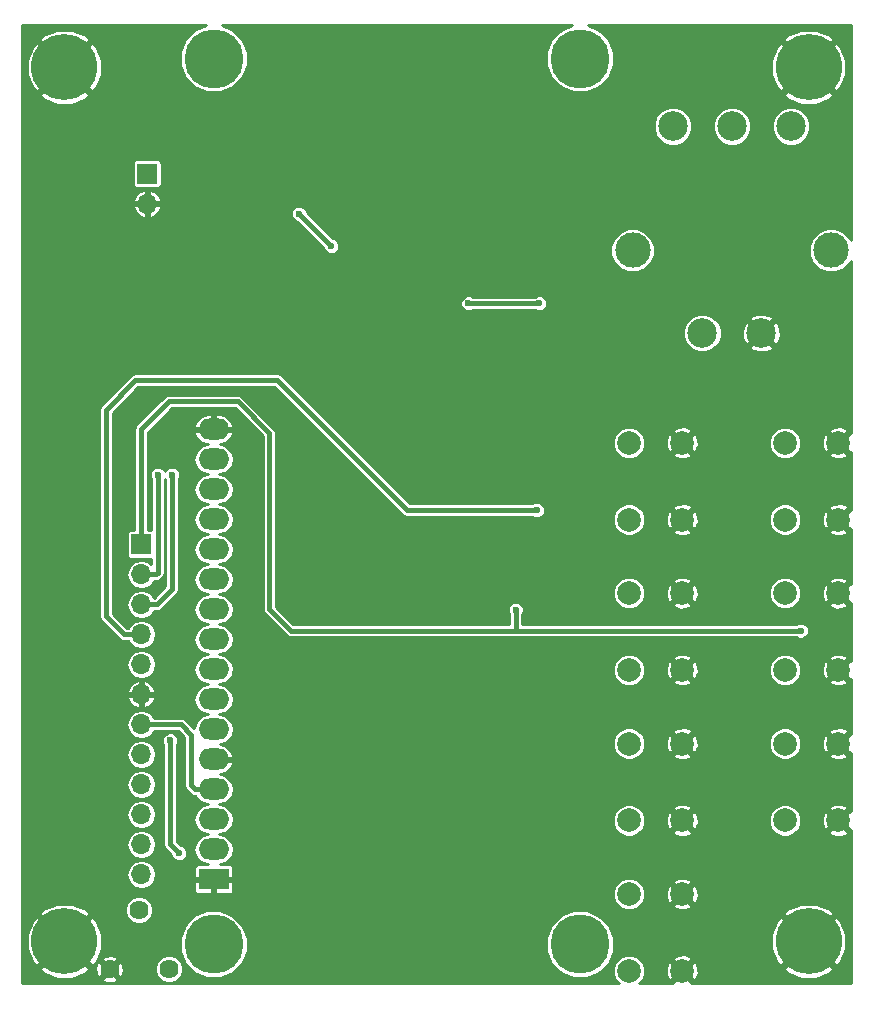
<source format=gbl>
G04 #@! TF.FileFunction,Copper,L2,Bot,Signal*
%FSLAX46Y46*%
G04 Gerber Fmt 4.6, Leading zero omitted, Abs format (unit mm)*
G04 Created by KiCad (PCBNEW 4.0.7-e2-6376~58~ubuntu14.04.1) date Mon Jan  1 12:18:07 2018*
%MOMM*%
%LPD*%
G01*
G04 APERTURE LIST*
%ADD10C,0.100000*%
%ADD11R,2.600000X1.800000*%
%ADD12O,2.600000X1.800000*%
%ADD13C,5.000000*%
%ADD14C,5.600000*%
%ADD15R,1.700000X1.700000*%
%ADD16O,1.700000X1.700000*%
%ADD17C,1.620000*%
%ADD18C,2.000000*%
%ADD19C,2.500000*%
%ADD20C,3.000000*%
%ADD21C,0.600000*%
%ADD22C,0.400000*%
%ADD23C,0.254000*%
G04 APERTURE END LIST*
D10*
D11*
X87630000Y-111760000D03*
D12*
X87630000Y-109220000D03*
X87630000Y-106680000D03*
X87630000Y-104140000D03*
X87630000Y-101600000D03*
X87630000Y-99060000D03*
X87630000Y-96520000D03*
X87630000Y-93980000D03*
X87630000Y-91440000D03*
X87630000Y-88900000D03*
X87630000Y-86360000D03*
X87630000Y-83820000D03*
X87630000Y-81280000D03*
X87630000Y-78740000D03*
X87630000Y-76200000D03*
X87630000Y-73660000D03*
D13*
X87630000Y-117259100D03*
X118630700Y-117259100D03*
X118630700Y-42260520D03*
X87630000Y-42260000D03*
D14*
X75000000Y-43000000D03*
X138000000Y-43000000D03*
X138000000Y-117000000D03*
X75000000Y-117000000D03*
D15*
X81500000Y-83400000D03*
D16*
X81500000Y-85940000D03*
X81500000Y-88480000D03*
X81500000Y-91020000D03*
X81500000Y-93560000D03*
X81500000Y-96100000D03*
X81500000Y-98640000D03*
X81500000Y-101180000D03*
X81500000Y-103720000D03*
X81500000Y-106260000D03*
X81500000Y-108800000D03*
X81500000Y-111340000D03*
D15*
X82000000Y-52000000D03*
D16*
X82000000Y-54540000D03*
D17*
X78820000Y-119380000D03*
X81320000Y-114380000D03*
X83820000Y-119380000D03*
D18*
X140500000Y-94033000D03*
X136000000Y-94033000D03*
X140500000Y-87533000D03*
X136000000Y-87533000D03*
X140500000Y-81300000D03*
X136000000Y-81300000D03*
X140500000Y-74800000D03*
X136000000Y-74800000D03*
X127300000Y-106770000D03*
X122800000Y-106770000D03*
X127300000Y-100270000D03*
X122800000Y-100270000D03*
X127300000Y-119500000D03*
X122800000Y-119500000D03*
X127300000Y-113000000D03*
X122800000Y-113000000D03*
X127300000Y-81300000D03*
X122800000Y-81300000D03*
X127300000Y-74800000D03*
X122800000Y-74800000D03*
X127300000Y-94033000D03*
X122800000Y-94033000D03*
X127300000Y-87533000D03*
X122800000Y-87533000D03*
X140500000Y-106770000D03*
X136000000Y-106770000D03*
X140500000Y-100270000D03*
X136000000Y-100270000D03*
D19*
X134000000Y-65500000D03*
X136500000Y-48000000D03*
X131500000Y-48000000D03*
X126500000Y-48000000D03*
X129000000Y-65500000D03*
D20*
X123100000Y-58500000D03*
X139900000Y-58500000D03*
D21*
X108000000Y-52000000D03*
X108000000Y-46500000D03*
X84700000Y-109550000D03*
X83950000Y-100000000D03*
X113200000Y-88950000D03*
X137350000Y-90700000D03*
X115000000Y-80500000D03*
X82900000Y-77500000D03*
X84100000Y-77500000D03*
X115200000Y-63000000D03*
X109200000Y-63000000D03*
X94850000Y-55400000D03*
X97600000Y-58150000D03*
D22*
X108000000Y-46500000D02*
X108000000Y-52000000D01*
X86900000Y-73200000D02*
X88550000Y-73200000D01*
X127000000Y-107300000D02*
X127050000Y-107300000D01*
X84700000Y-109550000D02*
X83950000Y-108800000D01*
X83950000Y-108800000D02*
X83950000Y-100000000D01*
X113200000Y-88950000D02*
X113200000Y-90700000D01*
X81500000Y-83400000D02*
X81500000Y-73650000D01*
X94150000Y-90700000D02*
X113200000Y-90700000D01*
X113200000Y-90700000D02*
X137350000Y-90700000D01*
X92350000Y-88900000D02*
X94150000Y-90700000D01*
X92350000Y-74000000D02*
X92350000Y-88900000D01*
X89650000Y-71300000D02*
X92350000Y-74000000D01*
X83850000Y-71300000D02*
X89650000Y-71300000D01*
X81500000Y-73650000D02*
X83850000Y-71300000D01*
X81500000Y-98640000D02*
X84840000Y-98640000D01*
X85700000Y-103800000D02*
X86040000Y-104140000D01*
X85700000Y-99500000D02*
X85700000Y-103800000D01*
X84840000Y-98640000D02*
X85700000Y-99500000D01*
X86040000Y-104140000D02*
X87630000Y-104140000D01*
X81500000Y-98640000D02*
X81840000Y-98640000D01*
X81500000Y-103720000D02*
X81500000Y-104000000D01*
X81660000Y-111340000D02*
X81500000Y-111340000D01*
X81500000Y-111340000D02*
X81640000Y-111340000D01*
X81500000Y-91020000D02*
X80020000Y-91020000D01*
X104000000Y-80500000D02*
X115000000Y-80500000D01*
X93000000Y-69500000D02*
X104000000Y-80500000D01*
X81000000Y-69500000D02*
X93000000Y-69500000D01*
X78500000Y-72000000D02*
X81000000Y-69500000D01*
X78500000Y-89500000D02*
X78500000Y-72000000D01*
X80020000Y-91020000D02*
X78500000Y-89500000D01*
X81820000Y-91020000D02*
X81500000Y-91020000D01*
X81500000Y-85940000D02*
X82740000Y-85940000D01*
X82900000Y-85780000D02*
X82900000Y-77500000D01*
X82740000Y-85940000D02*
X82900000Y-85780000D01*
X81500000Y-88480000D02*
X82820000Y-88480000D01*
X84100000Y-87200000D02*
X84100000Y-77500000D01*
X82820000Y-88480000D02*
X84100000Y-87200000D01*
X109200000Y-63000000D02*
X115200000Y-63000000D01*
X94850000Y-55400000D02*
X97600000Y-58150000D01*
D23*
G36*
X86002439Y-39819576D02*
X85192420Y-40628182D01*
X84753500Y-41685219D01*
X84752501Y-42829760D01*
X85189576Y-43887561D01*
X85998182Y-44697580D01*
X87055219Y-45136500D01*
X88199760Y-45137499D01*
X89257561Y-44700424D01*
X90067580Y-43891818D01*
X90506500Y-42834781D01*
X90507499Y-41690240D01*
X90070424Y-40632439D01*
X89261818Y-39822420D01*
X88309541Y-39427000D01*
X117954503Y-39427000D01*
X117003139Y-39820096D01*
X116193120Y-40628702D01*
X115754200Y-41685739D01*
X115753201Y-42830280D01*
X116190276Y-43888081D01*
X116998882Y-44698100D01*
X118055919Y-45137020D01*
X119200460Y-45138019D01*
X120258261Y-44700944D01*
X121068280Y-43892338D01*
X121176474Y-43631776D01*
X134822966Y-43631776D01*
X135306574Y-44799483D01*
X135306765Y-44799768D01*
X135688167Y-45132228D01*
X137820395Y-43000000D01*
X138179605Y-43000000D01*
X140311833Y-45132228D01*
X140693235Y-44799768D01*
X141176966Y-43632113D01*
X141177034Y-42368224D01*
X140693426Y-41200517D01*
X140693235Y-41200232D01*
X140311833Y-40867772D01*
X138179605Y-43000000D01*
X137820395Y-43000000D01*
X135688167Y-40867772D01*
X135306765Y-41200232D01*
X134823034Y-42367887D01*
X134822966Y-43631776D01*
X121176474Y-43631776D01*
X121507200Y-42835301D01*
X121508199Y-41690760D01*
X121093936Y-40688167D01*
X135867772Y-40688167D01*
X138000000Y-42820395D01*
X140132228Y-40688167D01*
X139799768Y-40306765D01*
X138632113Y-39823034D01*
X137368224Y-39822966D01*
X136200517Y-40306574D01*
X136200232Y-40306765D01*
X135867772Y-40688167D01*
X121093936Y-40688167D01*
X121071124Y-40632959D01*
X120262518Y-39822940D01*
X119308988Y-39427000D01*
X141573000Y-39427000D01*
X141573000Y-57633775D01*
X141492171Y-57438154D01*
X140964624Y-56909684D01*
X140274996Y-56623326D01*
X139528280Y-56622675D01*
X138838154Y-56907829D01*
X138309684Y-57435376D01*
X138023326Y-58125004D01*
X138022675Y-58871720D01*
X138307829Y-59561846D01*
X138835376Y-60090316D01*
X139525004Y-60376674D01*
X140271720Y-60377325D01*
X140961846Y-60092171D01*
X141490316Y-59564624D01*
X141573000Y-59365498D01*
X141573000Y-74003739D01*
X141511555Y-73968050D01*
X140679605Y-74800000D01*
X141511555Y-75631950D01*
X141573000Y-75596261D01*
X141573000Y-80503739D01*
X141511555Y-80468050D01*
X140679605Y-81300000D01*
X141511555Y-82131950D01*
X141573000Y-82096261D01*
X141573000Y-86736739D01*
X141511555Y-86701050D01*
X140679605Y-87533000D01*
X141511555Y-88364950D01*
X141573000Y-88329261D01*
X141573000Y-93236739D01*
X141511555Y-93201050D01*
X140679605Y-94033000D01*
X141511555Y-94864950D01*
X141573000Y-94829261D01*
X141573000Y-99473739D01*
X141511555Y-99438050D01*
X140679605Y-100270000D01*
X141511555Y-101101950D01*
X141573000Y-101066261D01*
X141573000Y-105973739D01*
X141511555Y-105938050D01*
X140679605Y-106770000D01*
X141511555Y-107601950D01*
X141573000Y-107566261D01*
X141573000Y-120573000D01*
X128096261Y-120573000D01*
X128131950Y-120511555D01*
X127300000Y-119679605D01*
X126468050Y-120511555D01*
X126503739Y-120573000D01*
X123674199Y-120573000D01*
X123966683Y-120281026D01*
X124176760Y-119775104D01*
X124177177Y-119297082D01*
X125910765Y-119297082D01*
X125938860Y-119844166D01*
X126094167Y-120219109D01*
X126288445Y-120331950D01*
X127120395Y-119500000D01*
X127479605Y-119500000D01*
X128311555Y-120331950D01*
X128505833Y-120219109D01*
X128689235Y-119702918D01*
X128669152Y-119311833D01*
X135867772Y-119311833D01*
X136200232Y-119693235D01*
X137367887Y-120176966D01*
X138631776Y-120177034D01*
X139799483Y-119693426D01*
X139799768Y-119693235D01*
X140132228Y-119311833D01*
X138000000Y-117179605D01*
X135867772Y-119311833D01*
X128669152Y-119311833D01*
X128661140Y-119155834D01*
X128505833Y-118780891D01*
X128311555Y-118668050D01*
X127479605Y-119500000D01*
X127120395Y-119500000D01*
X126288445Y-118668050D01*
X126094167Y-118780891D01*
X125910765Y-119297082D01*
X124177177Y-119297082D01*
X124177238Y-119227299D01*
X123968044Y-118721011D01*
X123735884Y-118488445D01*
X126468050Y-118488445D01*
X127300000Y-119320395D01*
X128131950Y-118488445D01*
X128019109Y-118294167D01*
X127502918Y-118110765D01*
X126955834Y-118138860D01*
X126580891Y-118294167D01*
X126468050Y-118488445D01*
X123735884Y-118488445D01*
X123581026Y-118333317D01*
X123075104Y-118123240D01*
X122527299Y-118122762D01*
X122021011Y-118331956D01*
X121633317Y-118718974D01*
X121423240Y-119224896D01*
X121422762Y-119772701D01*
X121631956Y-120278989D01*
X121925454Y-120573000D01*
X78768139Y-120573000D01*
X79133717Y-120548888D01*
X79424697Y-120428360D01*
X79514206Y-120253811D01*
X78820000Y-119559605D01*
X78125794Y-120253811D01*
X78215303Y-120428360D01*
X78641974Y-120573000D01*
X71427000Y-120573000D01*
X71427000Y-119311833D01*
X72867772Y-119311833D01*
X73200232Y-119693235D01*
X74367887Y-120176966D01*
X75631776Y-120177034D01*
X76799483Y-119693426D01*
X76799768Y-119693235D01*
X77132228Y-119311833D01*
X77042918Y-119222523D01*
X77620034Y-119222523D01*
X77651112Y-119693717D01*
X77771640Y-119984697D01*
X77946189Y-120074206D01*
X78640395Y-119380000D01*
X78999605Y-119380000D01*
X79693811Y-120074206D01*
X79868360Y-119984697D01*
X79993661Y-119615073D01*
X82632794Y-119615073D01*
X82813123Y-120051503D01*
X83146740Y-120385703D01*
X83582855Y-120566794D01*
X84055073Y-120567206D01*
X84491503Y-120386877D01*
X84825703Y-120053260D01*
X85006794Y-119617145D01*
X85007206Y-119144927D01*
X84826877Y-118708497D01*
X84493260Y-118374297D01*
X84057145Y-118193206D01*
X83584927Y-118192794D01*
X83148497Y-118373123D01*
X82814297Y-118706740D01*
X82633206Y-119142855D01*
X82632794Y-119615073D01*
X79993661Y-119615073D01*
X80019966Y-119537477D01*
X79988888Y-119066283D01*
X79868360Y-118775303D01*
X79693811Y-118685794D01*
X78999605Y-119380000D01*
X78640395Y-119380000D01*
X77946189Y-118685794D01*
X77771640Y-118775303D01*
X77620034Y-119222523D01*
X77042918Y-119222523D01*
X75000000Y-117179605D01*
X72867772Y-119311833D01*
X71427000Y-119311833D01*
X71427000Y-117631776D01*
X71822966Y-117631776D01*
X72306574Y-118799483D01*
X72306765Y-118799768D01*
X72688167Y-119132228D01*
X74820395Y-117000000D01*
X75179605Y-117000000D01*
X77311833Y-119132228D01*
X77693235Y-118799768D01*
X77814857Y-118506189D01*
X78125794Y-118506189D01*
X78820000Y-119200395D01*
X79514206Y-118506189D01*
X79424697Y-118331640D01*
X78977477Y-118180034D01*
X78506283Y-118211112D01*
X78215303Y-118331640D01*
X78125794Y-118506189D01*
X77814857Y-118506189D01*
X78095458Y-117828860D01*
X84752501Y-117828860D01*
X85189576Y-118886661D01*
X85998182Y-119696680D01*
X87055219Y-120135600D01*
X88199760Y-120136599D01*
X89257561Y-119699524D01*
X90067580Y-118890918D01*
X90506500Y-117833881D01*
X90506504Y-117828860D01*
X115753201Y-117828860D01*
X116190276Y-118886661D01*
X116998882Y-119696680D01*
X118055919Y-120135600D01*
X119200460Y-120136599D01*
X120258261Y-119699524D01*
X121068280Y-118890918D01*
X121507200Y-117833881D01*
X121507376Y-117631776D01*
X134822966Y-117631776D01*
X135306574Y-118799483D01*
X135306765Y-118799768D01*
X135688167Y-119132228D01*
X137820395Y-117000000D01*
X138179605Y-117000000D01*
X140311833Y-119132228D01*
X140693235Y-118799768D01*
X141176966Y-117632113D01*
X141177034Y-116368224D01*
X140693426Y-115200517D01*
X140693235Y-115200232D01*
X140311833Y-114867772D01*
X138179605Y-117000000D01*
X137820395Y-117000000D01*
X135688167Y-114867772D01*
X135306765Y-115200232D01*
X134823034Y-116367887D01*
X134822966Y-117631776D01*
X121507376Y-117631776D01*
X121508199Y-116689340D01*
X121071124Y-115631539D01*
X120262518Y-114821520D01*
X119941369Y-114688167D01*
X135867772Y-114688167D01*
X138000000Y-116820395D01*
X140132228Y-114688167D01*
X139799768Y-114306765D01*
X138632113Y-113823034D01*
X137368224Y-113822966D01*
X136200517Y-114306574D01*
X136200232Y-114306765D01*
X135867772Y-114688167D01*
X119941369Y-114688167D01*
X119205481Y-114382600D01*
X118060940Y-114381601D01*
X117003139Y-114818676D01*
X116193120Y-115627282D01*
X115754200Y-116684319D01*
X115753201Y-117828860D01*
X90506504Y-117828860D01*
X90507499Y-116689340D01*
X90070424Y-115631539D01*
X89261818Y-114821520D01*
X88204781Y-114382600D01*
X87060240Y-114381601D01*
X86002439Y-114818676D01*
X85192420Y-115627282D01*
X84753500Y-116684319D01*
X84752501Y-117828860D01*
X78095458Y-117828860D01*
X78176966Y-117632113D01*
X78177034Y-116368224D01*
X77693426Y-115200517D01*
X77693235Y-115200232D01*
X77311833Y-114867772D01*
X75179605Y-117000000D01*
X74820395Y-117000000D01*
X72688167Y-114867772D01*
X72306765Y-115200232D01*
X71823034Y-116367887D01*
X71822966Y-117631776D01*
X71427000Y-117631776D01*
X71427000Y-114688167D01*
X72867772Y-114688167D01*
X75000000Y-116820395D01*
X77132228Y-114688167D01*
X77068514Y-114615073D01*
X80132794Y-114615073D01*
X80313123Y-115051503D01*
X80646740Y-115385703D01*
X81082855Y-115566794D01*
X81555073Y-115567206D01*
X81991503Y-115386877D01*
X82325703Y-115053260D01*
X82506794Y-114617145D01*
X82507206Y-114144927D01*
X82326877Y-113708497D01*
X81993260Y-113374297D01*
X81748590Y-113272701D01*
X121422762Y-113272701D01*
X121631956Y-113778989D01*
X122018974Y-114166683D01*
X122524896Y-114376760D01*
X123072701Y-114377238D01*
X123578989Y-114168044D01*
X123735751Y-114011555D01*
X126468050Y-114011555D01*
X126580891Y-114205833D01*
X127097082Y-114389235D01*
X127644166Y-114361140D01*
X128019109Y-114205833D01*
X128131950Y-114011555D01*
X127300000Y-113179605D01*
X126468050Y-114011555D01*
X123735751Y-114011555D01*
X123966683Y-113781026D01*
X124176760Y-113275104D01*
X124177177Y-112797082D01*
X125910765Y-112797082D01*
X125938860Y-113344166D01*
X126094167Y-113719109D01*
X126288445Y-113831950D01*
X127120395Y-113000000D01*
X127479605Y-113000000D01*
X128311555Y-113831950D01*
X128505833Y-113719109D01*
X128689235Y-113202918D01*
X128661140Y-112655834D01*
X128505833Y-112280891D01*
X128311555Y-112168050D01*
X127479605Y-113000000D01*
X127120395Y-113000000D01*
X126288445Y-112168050D01*
X126094167Y-112280891D01*
X125910765Y-112797082D01*
X124177177Y-112797082D01*
X124177238Y-112727299D01*
X123968044Y-112221011D01*
X123735884Y-111988445D01*
X126468050Y-111988445D01*
X127300000Y-112820395D01*
X128131950Y-111988445D01*
X128019109Y-111794167D01*
X127502918Y-111610765D01*
X126955834Y-111638860D01*
X126580891Y-111794167D01*
X126468050Y-111988445D01*
X123735884Y-111988445D01*
X123581026Y-111833317D01*
X123075104Y-111623240D01*
X122527299Y-111622762D01*
X122021011Y-111831956D01*
X121633317Y-112218974D01*
X121423240Y-112724896D01*
X121422762Y-113272701D01*
X81748590Y-113272701D01*
X81557145Y-113193206D01*
X81084927Y-113192794D01*
X80648497Y-113373123D01*
X80314297Y-113706740D01*
X80133206Y-114142855D01*
X80132794Y-114615073D01*
X77068514Y-114615073D01*
X76799768Y-114306765D01*
X75632113Y-113823034D01*
X74368224Y-113822966D01*
X73200517Y-114306574D01*
X73200232Y-114306765D01*
X72867772Y-114688167D01*
X71427000Y-114688167D01*
X71427000Y-111340000D01*
X80248962Y-111340000D01*
X80342362Y-111809553D01*
X80608342Y-112207620D01*
X81006409Y-112473600D01*
X81475962Y-112567000D01*
X81524038Y-112567000D01*
X81993591Y-112473600D01*
X82391658Y-112207620D01*
X82542913Y-111981250D01*
X85953000Y-111981250D01*
X85953000Y-112734990D01*
X86010395Y-112873553D01*
X86116447Y-112979605D01*
X86255010Y-113037000D01*
X87408750Y-113037000D01*
X87503000Y-112942750D01*
X87503000Y-111887000D01*
X87757000Y-111887000D01*
X87757000Y-112942750D01*
X87851250Y-113037000D01*
X89004990Y-113037000D01*
X89143553Y-112979605D01*
X89249605Y-112873553D01*
X89307000Y-112734990D01*
X89307000Y-111981250D01*
X89212750Y-111887000D01*
X87757000Y-111887000D01*
X87503000Y-111887000D01*
X86047250Y-111887000D01*
X85953000Y-111981250D01*
X82542913Y-111981250D01*
X82657638Y-111809553D01*
X82751038Y-111340000D01*
X82657638Y-110870447D01*
X82391658Y-110472380D01*
X81993591Y-110206400D01*
X81524038Y-110113000D01*
X81475962Y-110113000D01*
X81006409Y-110206400D01*
X80608342Y-110472380D01*
X80342362Y-110870447D01*
X80248962Y-111340000D01*
X71427000Y-111340000D01*
X71427000Y-108800000D01*
X80248962Y-108800000D01*
X80342362Y-109269553D01*
X80608342Y-109667620D01*
X81006409Y-109933600D01*
X81475962Y-110027000D01*
X81524038Y-110027000D01*
X81993591Y-109933600D01*
X82391658Y-109667620D01*
X82657638Y-109269553D01*
X82751038Y-108800000D01*
X82657638Y-108330447D01*
X82391658Y-107932380D01*
X81993591Y-107666400D01*
X81524038Y-107573000D01*
X81475962Y-107573000D01*
X81006409Y-107666400D01*
X80608342Y-107932380D01*
X80342362Y-108330447D01*
X80248962Y-108800000D01*
X71427000Y-108800000D01*
X71427000Y-106260000D01*
X80248962Y-106260000D01*
X80342362Y-106729553D01*
X80608342Y-107127620D01*
X81006409Y-107393600D01*
X81475962Y-107487000D01*
X81524038Y-107487000D01*
X81993591Y-107393600D01*
X82391658Y-107127620D01*
X82657638Y-106729553D01*
X82751038Y-106260000D01*
X82657638Y-105790447D01*
X82391658Y-105392380D01*
X81993591Y-105126400D01*
X81524038Y-105033000D01*
X81475962Y-105033000D01*
X81006409Y-105126400D01*
X80608342Y-105392380D01*
X80342362Y-105790447D01*
X80248962Y-106260000D01*
X71427000Y-106260000D01*
X71427000Y-103720000D01*
X80248962Y-103720000D01*
X80342362Y-104189553D01*
X80608342Y-104587620D01*
X81006409Y-104853600D01*
X81475962Y-104947000D01*
X81524038Y-104947000D01*
X81993591Y-104853600D01*
X82391658Y-104587620D01*
X82657638Y-104189553D01*
X82751038Y-103720000D01*
X82657638Y-103250447D01*
X82391658Y-102852380D01*
X81993591Y-102586400D01*
X81524038Y-102493000D01*
X81475962Y-102493000D01*
X81006409Y-102586400D01*
X80608342Y-102852380D01*
X80342362Y-103250447D01*
X80248962Y-103720000D01*
X71427000Y-103720000D01*
X71427000Y-101180000D01*
X80248962Y-101180000D01*
X80342362Y-101649553D01*
X80608342Y-102047620D01*
X81006409Y-102313600D01*
X81475962Y-102407000D01*
X81524038Y-102407000D01*
X81993591Y-102313600D01*
X82391658Y-102047620D01*
X82657638Y-101649553D01*
X82751038Y-101180000D01*
X82657638Y-100710447D01*
X82391658Y-100312380D01*
X82124803Y-100134073D01*
X83272883Y-100134073D01*
X83373000Y-100376375D01*
X83373000Y-108799995D01*
X83372999Y-108800000D01*
X83416922Y-109020808D01*
X83541999Y-109208001D01*
X84026271Y-109692272D01*
X84125733Y-109932989D01*
X84316010Y-110123598D01*
X84564746Y-110226882D01*
X84834073Y-110227117D01*
X85082989Y-110124267D01*
X85273598Y-109933990D01*
X85376882Y-109685254D01*
X85377117Y-109415927D01*
X85274267Y-109167011D01*
X85083990Y-108976402D01*
X84841864Y-108875863D01*
X84527000Y-108560998D01*
X84527000Y-100375797D01*
X84626882Y-100135254D01*
X84627117Y-99865927D01*
X84524267Y-99617011D01*
X84333990Y-99426402D01*
X84085254Y-99323118D01*
X83815927Y-99322883D01*
X83567011Y-99425733D01*
X83376402Y-99616010D01*
X83273118Y-99864746D01*
X83272883Y-100134073D01*
X82124803Y-100134073D01*
X81993591Y-100046400D01*
X81524038Y-99953000D01*
X81475962Y-99953000D01*
X81006409Y-100046400D01*
X80608342Y-100312380D01*
X80342362Y-100710447D01*
X80248962Y-101180000D01*
X71427000Y-101180000D01*
X71427000Y-98640000D01*
X80248962Y-98640000D01*
X80342362Y-99109553D01*
X80608342Y-99507620D01*
X81006409Y-99773600D01*
X81475962Y-99867000D01*
X81524038Y-99867000D01*
X81993591Y-99773600D01*
X82391658Y-99507620D01*
X82585844Y-99217000D01*
X84600998Y-99217000D01*
X85123000Y-99739001D01*
X85123000Y-103799995D01*
X85122999Y-103800000D01*
X85166922Y-104020808D01*
X85291999Y-104208001D01*
X85631997Y-104547998D01*
X85631999Y-104548001D01*
X85819192Y-104673078D01*
X86040000Y-104717001D01*
X86040005Y-104717000D01*
X86076361Y-104717000D01*
X86294171Y-105042975D01*
X86708459Y-105319794D01*
X87161955Y-105410000D01*
X86708459Y-105500206D01*
X86294171Y-105777025D01*
X86017352Y-106191313D01*
X85920146Y-106680000D01*
X86017352Y-107168687D01*
X86294171Y-107582975D01*
X86708459Y-107859794D01*
X87161955Y-107950000D01*
X86708459Y-108040206D01*
X86294171Y-108317025D01*
X86017352Y-108731313D01*
X85920146Y-109220000D01*
X86017352Y-109708687D01*
X86294171Y-110122975D01*
X86708459Y-110399794D01*
X87126763Y-110483000D01*
X86255010Y-110483000D01*
X86116447Y-110540395D01*
X86010395Y-110646447D01*
X85953000Y-110785010D01*
X85953000Y-111538750D01*
X86047250Y-111633000D01*
X87503000Y-111633000D01*
X87503000Y-111613000D01*
X87757000Y-111613000D01*
X87757000Y-111633000D01*
X89212750Y-111633000D01*
X89307000Y-111538750D01*
X89307000Y-110785010D01*
X89249605Y-110646447D01*
X89143553Y-110540395D01*
X89004990Y-110483000D01*
X88133237Y-110483000D01*
X88551541Y-110399794D01*
X88965829Y-110122975D01*
X89242648Y-109708687D01*
X89339854Y-109220000D01*
X89242648Y-108731313D01*
X88965829Y-108317025D01*
X88551541Y-108040206D01*
X88098045Y-107950000D01*
X88551541Y-107859794D01*
X88965829Y-107582975D01*
X89242648Y-107168687D01*
X89267708Y-107042701D01*
X121422762Y-107042701D01*
X121631956Y-107548989D01*
X122018974Y-107936683D01*
X122524896Y-108146760D01*
X123072701Y-108147238D01*
X123578989Y-107938044D01*
X123735751Y-107781555D01*
X126468050Y-107781555D01*
X126580891Y-107975833D01*
X127097082Y-108159235D01*
X127644166Y-108131140D01*
X128019109Y-107975833D01*
X128131950Y-107781555D01*
X127300000Y-106949605D01*
X126468050Y-107781555D01*
X123735751Y-107781555D01*
X123966683Y-107551026D01*
X124176760Y-107045104D01*
X124177177Y-106567082D01*
X125910765Y-106567082D01*
X125938860Y-107114166D01*
X126094167Y-107489109D01*
X126288445Y-107601950D01*
X127120395Y-106770000D01*
X127479605Y-106770000D01*
X128311555Y-107601950D01*
X128505833Y-107489109D01*
X128664441Y-107042701D01*
X134622762Y-107042701D01*
X134831956Y-107548989D01*
X135218974Y-107936683D01*
X135724896Y-108146760D01*
X136272701Y-108147238D01*
X136778989Y-107938044D01*
X136935751Y-107781555D01*
X139668050Y-107781555D01*
X139780891Y-107975833D01*
X140297082Y-108159235D01*
X140844166Y-108131140D01*
X141219109Y-107975833D01*
X141331950Y-107781555D01*
X140500000Y-106949605D01*
X139668050Y-107781555D01*
X136935751Y-107781555D01*
X137166683Y-107551026D01*
X137376760Y-107045104D01*
X137377177Y-106567082D01*
X139110765Y-106567082D01*
X139138860Y-107114166D01*
X139294167Y-107489109D01*
X139488445Y-107601950D01*
X140320395Y-106770000D01*
X139488445Y-105938050D01*
X139294167Y-106050891D01*
X139110765Y-106567082D01*
X137377177Y-106567082D01*
X137377238Y-106497299D01*
X137168044Y-105991011D01*
X136935884Y-105758445D01*
X139668050Y-105758445D01*
X140500000Y-106590395D01*
X141331950Y-105758445D01*
X141219109Y-105564167D01*
X140702918Y-105380765D01*
X140155834Y-105408860D01*
X139780891Y-105564167D01*
X139668050Y-105758445D01*
X136935884Y-105758445D01*
X136781026Y-105603317D01*
X136275104Y-105393240D01*
X135727299Y-105392762D01*
X135221011Y-105601956D01*
X134833317Y-105988974D01*
X134623240Y-106494896D01*
X134622762Y-107042701D01*
X128664441Y-107042701D01*
X128689235Y-106972918D01*
X128661140Y-106425834D01*
X128505833Y-106050891D01*
X128311555Y-105938050D01*
X127479605Y-106770000D01*
X127120395Y-106770000D01*
X126288445Y-105938050D01*
X126094167Y-106050891D01*
X125910765Y-106567082D01*
X124177177Y-106567082D01*
X124177238Y-106497299D01*
X123968044Y-105991011D01*
X123735884Y-105758445D01*
X126468050Y-105758445D01*
X127300000Y-106590395D01*
X128131950Y-105758445D01*
X128019109Y-105564167D01*
X127502918Y-105380765D01*
X126955834Y-105408860D01*
X126580891Y-105564167D01*
X126468050Y-105758445D01*
X123735884Y-105758445D01*
X123581026Y-105603317D01*
X123075104Y-105393240D01*
X122527299Y-105392762D01*
X122021011Y-105601956D01*
X121633317Y-105988974D01*
X121423240Y-106494896D01*
X121422762Y-107042701D01*
X89267708Y-107042701D01*
X89339854Y-106680000D01*
X89242648Y-106191313D01*
X88965829Y-105777025D01*
X88551541Y-105500206D01*
X88098045Y-105410000D01*
X88551541Y-105319794D01*
X88965829Y-105042975D01*
X89242648Y-104628687D01*
X89339854Y-104140000D01*
X89242648Y-103651313D01*
X88965829Y-103237025D01*
X88551541Y-102960206D01*
X88133237Y-102877000D01*
X88157000Y-102877000D01*
X88636019Y-102731193D01*
X89022777Y-102413173D01*
X89258394Y-101971355D01*
X89265158Y-101924213D01*
X89205912Y-101727000D01*
X87757000Y-101727000D01*
X87757000Y-101747000D01*
X87503000Y-101747000D01*
X87503000Y-101727000D01*
X87483000Y-101727000D01*
X87483000Y-101473000D01*
X87503000Y-101473000D01*
X87503000Y-101453000D01*
X87757000Y-101453000D01*
X87757000Y-101473000D01*
X89205912Y-101473000D01*
X89265158Y-101275787D01*
X89258394Y-101228645D01*
X89022777Y-100786827D01*
X88725885Y-100542701D01*
X121422762Y-100542701D01*
X121631956Y-101048989D01*
X122018974Y-101436683D01*
X122524896Y-101646760D01*
X123072701Y-101647238D01*
X123578989Y-101438044D01*
X123735751Y-101281555D01*
X126468050Y-101281555D01*
X126580891Y-101475833D01*
X127097082Y-101659235D01*
X127644166Y-101631140D01*
X128019109Y-101475833D01*
X128131950Y-101281555D01*
X127300000Y-100449605D01*
X126468050Y-101281555D01*
X123735751Y-101281555D01*
X123966683Y-101051026D01*
X124176760Y-100545104D01*
X124177177Y-100067082D01*
X125910765Y-100067082D01*
X125938860Y-100614166D01*
X126094167Y-100989109D01*
X126288445Y-101101950D01*
X127120395Y-100270000D01*
X127479605Y-100270000D01*
X128311555Y-101101950D01*
X128505833Y-100989109D01*
X128664441Y-100542701D01*
X134622762Y-100542701D01*
X134831956Y-101048989D01*
X135218974Y-101436683D01*
X135724896Y-101646760D01*
X136272701Y-101647238D01*
X136778989Y-101438044D01*
X136935751Y-101281555D01*
X139668050Y-101281555D01*
X139780891Y-101475833D01*
X140297082Y-101659235D01*
X140844166Y-101631140D01*
X141219109Y-101475833D01*
X141331950Y-101281555D01*
X140500000Y-100449605D01*
X139668050Y-101281555D01*
X136935751Y-101281555D01*
X137166683Y-101051026D01*
X137376760Y-100545104D01*
X137377177Y-100067082D01*
X139110765Y-100067082D01*
X139138860Y-100614166D01*
X139294167Y-100989109D01*
X139488445Y-101101950D01*
X140320395Y-100270000D01*
X139488445Y-99438050D01*
X139294167Y-99550891D01*
X139110765Y-100067082D01*
X137377177Y-100067082D01*
X137377238Y-99997299D01*
X137168044Y-99491011D01*
X136935884Y-99258445D01*
X139668050Y-99258445D01*
X140500000Y-100090395D01*
X141331950Y-99258445D01*
X141219109Y-99064167D01*
X140702918Y-98880765D01*
X140155834Y-98908860D01*
X139780891Y-99064167D01*
X139668050Y-99258445D01*
X136935884Y-99258445D01*
X136781026Y-99103317D01*
X136275104Y-98893240D01*
X135727299Y-98892762D01*
X135221011Y-99101956D01*
X134833317Y-99488974D01*
X134623240Y-99994896D01*
X134622762Y-100542701D01*
X128664441Y-100542701D01*
X128689235Y-100472918D01*
X128661140Y-99925834D01*
X128505833Y-99550891D01*
X128311555Y-99438050D01*
X127479605Y-100270000D01*
X127120395Y-100270000D01*
X126288445Y-99438050D01*
X126094167Y-99550891D01*
X125910765Y-100067082D01*
X124177177Y-100067082D01*
X124177238Y-99997299D01*
X123968044Y-99491011D01*
X123735884Y-99258445D01*
X126468050Y-99258445D01*
X127300000Y-100090395D01*
X128131950Y-99258445D01*
X128019109Y-99064167D01*
X127502918Y-98880765D01*
X126955834Y-98908860D01*
X126580891Y-99064167D01*
X126468050Y-99258445D01*
X123735884Y-99258445D01*
X123581026Y-99103317D01*
X123075104Y-98893240D01*
X122527299Y-98892762D01*
X122021011Y-99101956D01*
X121633317Y-99488974D01*
X121423240Y-99994896D01*
X121422762Y-100542701D01*
X88725885Y-100542701D01*
X88636019Y-100468807D01*
X88157000Y-100323000D01*
X88133237Y-100323000D01*
X88551541Y-100239794D01*
X88965829Y-99962975D01*
X89242648Y-99548687D01*
X89339854Y-99060000D01*
X89242648Y-98571313D01*
X88965829Y-98157025D01*
X88551541Y-97880206D01*
X88098045Y-97790000D01*
X88551541Y-97699794D01*
X88965829Y-97422975D01*
X89242648Y-97008687D01*
X89339854Y-96520000D01*
X89242648Y-96031313D01*
X88965829Y-95617025D01*
X88551541Y-95340206D01*
X88098045Y-95250000D01*
X88551541Y-95159794D01*
X88965829Y-94882975D01*
X89242648Y-94468687D01*
X89275067Y-94305701D01*
X121422762Y-94305701D01*
X121631956Y-94811989D01*
X122018974Y-95199683D01*
X122524896Y-95409760D01*
X123072701Y-95410238D01*
X123578989Y-95201044D01*
X123735751Y-95044555D01*
X126468050Y-95044555D01*
X126580891Y-95238833D01*
X127097082Y-95422235D01*
X127644166Y-95394140D01*
X128019109Y-95238833D01*
X128131950Y-95044555D01*
X127300000Y-94212605D01*
X126468050Y-95044555D01*
X123735751Y-95044555D01*
X123966683Y-94814026D01*
X124176760Y-94308104D01*
X124177177Y-93830082D01*
X125910765Y-93830082D01*
X125938860Y-94377166D01*
X126094167Y-94752109D01*
X126288445Y-94864950D01*
X127120395Y-94033000D01*
X127479605Y-94033000D01*
X128311555Y-94864950D01*
X128505833Y-94752109D01*
X128664441Y-94305701D01*
X134622762Y-94305701D01*
X134831956Y-94811989D01*
X135218974Y-95199683D01*
X135724896Y-95409760D01*
X136272701Y-95410238D01*
X136778989Y-95201044D01*
X136935751Y-95044555D01*
X139668050Y-95044555D01*
X139780891Y-95238833D01*
X140297082Y-95422235D01*
X140844166Y-95394140D01*
X141219109Y-95238833D01*
X141331950Y-95044555D01*
X140500000Y-94212605D01*
X139668050Y-95044555D01*
X136935751Y-95044555D01*
X137166683Y-94814026D01*
X137376760Y-94308104D01*
X137377177Y-93830082D01*
X139110765Y-93830082D01*
X139138860Y-94377166D01*
X139294167Y-94752109D01*
X139488445Y-94864950D01*
X140320395Y-94033000D01*
X139488445Y-93201050D01*
X139294167Y-93313891D01*
X139110765Y-93830082D01*
X137377177Y-93830082D01*
X137377238Y-93760299D01*
X137168044Y-93254011D01*
X136935884Y-93021445D01*
X139668050Y-93021445D01*
X140500000Y-93853395D01*
X141331950Y-93021445D01*
X141219109Y-92827167D01*
X140702918Y-92643765D01*
X140155834Y-92671860D01*
X139780891Y-92827167D01*
X139668050Y-93021445D01*
X136935884Y-93021445D01*
X136781026Y-92866317D01*
X136275104Y-92656240D01*
X135727299Y-92655762D01*
X135221011Y-92864956D01*
X134833317Y-93251974D01*
X134623240Y-93757896D01*
X134622762Y-94305701D01*
X128664441Y-94305701D01*
X128689235Y-94235918D01*
X128661140Y-93688834D01*
X128505833Y-93313891D01*
X128311555Y-93201050D01*
X127479605Y-94033000D01*
X127120395Y-94033000D01*
X126288445Y-93201050D01*
X126094167Y-93313891D01*
X125910765Y-93830082D01*
X124177177Y-93830082D01*
X124177238Y-93760299D01*
X123968044Y-93254011D01*
X123735884Y-93021445D01*
X126468050Y-93021445D01*
X127300000Y-93853395D01*
X128131950Y-93021445D01*
X128019109Y-92827167D01*
X127502918Y-92643765D01*
X126955834Y-92671860D01*
X126580891Y-92827167D01*
X126468050Y-93021445D01*
X123735884Y-93021445D01*
X123581026Y-92866317D01*
X123075104Y-92656240D01*
X122527299Y-92655762D01*
X122021011Y-92864956D01*
X121633317Y-93251974D01*
X121423240Y-93757896D01*
X121422762Y-94305701D01*
X89275067Y-94305701D01*
X89339854Y-93980000D01*
X89242648Y-93491313D01*
X88965829Y-93077025D01*
X88551541Y-92800206D01*
X88098045Y-92710000D01*
X88551541Y-92619794D01*
X88965829Y-92342975D01*
X89242648Y-91928687D01*
X89339854Y-91440000D01*
X89242648Y-90951313D01*
X88965829Y-90537025D01*
X88551541Y-90260206D01*
X88098045Y-90170000D01*
X88551541Y-90079794D01*
X88965829Y-89802975D01*
X89242648Y-89388687D01*
X89339854Y-88900000D01*
X89242648Y-88411313D01*
X88965829Y-87997025D01*
X88551541Y-87720206D01*
X88098045Y-87630000D01*
X88551541Y-87539794D01*
X88965829Y-87262975D01*
X89242648Y-86848687D01*
X89339854Y-86360000D01*
X89242648Y-85871313D01*
X88965829Y-85457025D01*
X88551541Y-85180206D01*
X88098045Y-85090000D01*
X88551541Y-84999794D01*
X88965829Y-84722975D01*
X89242648Y-84308687D01*
X89339854Y-83820000D01*
X89242648Y-83331313D01*
X88965829Y-82917025D01*
X88551541Y-82640206D01*
X88098045Y-82550000D01*
X88551541Y-82459794D01*
X88965829Y-82182975D01*
X89242648Y-81768687D01*
X89339854Y-81280000D01*
X89242648Y-80791313D01*
X88965829Y-80377025D01*
X88551541Y-80100206D01*
X88098045Y-80010000D01*
X88551541Y-79919794D01*
X88965829Y-79642975D01*
X89242648Y-79228687D01*
X89339854Y-78740000D01*
X89242648Y-78251313D01*
X88965829Y-77837025D01*
X88551541Y-77560206D01*
X88098045Y-77470000D01*
X88551541Y-77379794D01*
X88965829Y-77102975D01*
X89242648Y-76688687D01*
X89339854Y-76200000D01*
X89242648Y-75711313D01*
X88965829Y-75297025D01*
X88551541Y-75020206D01*
X88133237Y-74937000D01*
X88157000Y-74937000D01*
X88636019Y-74791193D01*
X89022777Y-74473173D01*
X89258394Y-74031355D01*
X89265158Y-73984213D01*
X89205912Y-73787000D01*
X87757000Y-73787000D01*
X87757000Y-73807000D01*
X87503000Y-73807000D01*
X87503000Y-73787000D01*
X86054088Y-73787000D01*
X85994842Y-73984213D01*
X86001606Y-74031355D01*
X86237223Y-74473173D01*
X86623981Y-74791193D01*
X87103000Y-74937000D01*
X87126763Y-74937000D01*
X86708459Y-75020206D01*
X86294171Y-75297025D01*
X86017352Y-75711313D01*
X85920146Y-76200000D01*
X86017352Y-76688687D01*
X86294171Y-77102975D01*
X86708459Y-77379794D01*
X87161955Y-77470000D01*
X86708459Y-77560206D01*
X86294171Y-77837025D01*
X86017352Y-78251313D01*
X85920146Y-78740000D01*
X86017352Y-79228687D01*
X86294171Y-79642975D01*
X86708459Y-79919794D01*
X87161955Y-80010000D01*
X86708459Y-80100206D01*
X86294171Y-80377025D01*
X86017352Y-80791313D01*
X85920146Y-81280000D01*
X86017352Y-81768687D01*
X86294171Y-82182975D01*
X86708459Y-82459794D01*
X87161955Y-82550000D01*
X86708459Y-82640206D01*
X86294171Y-82917025D01*
X86017352Y-83331313D01*
X85920146Y-83820000D01*
X86017352Y-84308687D01*
X86294171Y-84722975D01*
X86708459Y-84999794D01*
X87161955Y-85090000D01*
X86708459Y-85180206D01*
X86294171Y-85457025D01*
X86017352Y-85871313D01*
X85920146Y-86360000D01*
X86017352Y-86848687D01*
X86294171Y-87262975D01*
X86708459Y-87539794D01*
X87161955Y-87630000D01*
X86708459Y-87720206D01*
X86294171Y-87997025D01*
X86017352Y-88411313D01*
X85920146Y-88900000D01*
X86017352Y-89388687D01*
X86294171Y-89802975D01*
X86708459Y-90079794D01*
X87161955Y-90170000D01*
X86708459Y-90260206D01*
X86294171Y-90537025D01*
X86017352Y-90951313D01*
X85920146Y-91440000D01*
X86017352Y-91928687D01*
X86294171Y-92342975D01*
X86708459Y-92619794D01*
X87161955Y-92710000D01*
X86708459Y-92800206D01*
X86294171Y-93077025D01*
X86017352Y-93491313D01*
X85920146Y-93980000D01*
X86017352Y-94468687D01*
X86294171Y-94882975D01*
X86708459Y-95159794D01*
X87161955Y-95250000D01*
X86708459Y-95340206D01*
X86294171Y-95617025D01*
X86017352Y-96031313D01*
X85920146Y-96520000D01*
X86017352Y-97008687D01*
X86294171Y-97422975D01*
X86708459Y-97699794D01*
X87161955Y-97790000D01*
X86708459Y-97880206D01*
X86294171Y-98157025D01*
X86017352Y-98571313D01*
X85946004Y-98930003D01*
X85248001Y-98231999D01*
X85060808Y-98106922D01*
X84840000Y-98062999D01*
X84839995Y-98063000D01*
X82585844Y-98063000D01*
X82391658Y-97772380D01*
X81993591Y-97506400D01*
X81524038Y-97413000D01*
X81475962Y-97413000D01*
X81006409Y-97506400D01*
X80608342Y-97772380D01*
X80342362Y-98170447D01*
X80248962Y-98640000D01*
X71427000Y-98640000D01*
X71427000Y-96416351D01*
X80314482Y-96416351D01*
X80438011Y-96714600D01*
X80754047Y-97074222D01*
X81183648Y-97285528D01*
X81373000Y-97226171D01*
X81373000Y-96227000D01*
X81627000Y-96227000D01*
X81627000Y-97226171D01*
X81816352Y-97285528D01*
X82245953Y-97074222D01*
X82561989Y-96714600D01*
X82685518Y-96416351D01*
X82625608Y-96227000D01*
X81627000Y-96227000D01*
X81373000Y-96227000D01*
X80374392Y-96227000D01*
X80314482Y-96416351D01*
X71427000Y-96416351D01*
X71427000Y-95783649D01*
X80314482Y-95783649D01*
X80374392Y-95973000D01*
X81373000Y-95973000D01*
X81373000Y-94973829D01*
X81627000Y-94973829D01*
X81627000Y-95973000D01*
X82625608Y-95973000D01*
X82685518Y-95783649D01*
X82561989Y-95485400D01*
X82245953Y-95125778D01*
X81816352Y-94914472D01*
X81627000Y-94973829D01*
X81373000Y-94973829D01*
X81183648Y-94914472D01*
X80754047Y-95125778D01*
X80438011Y-95485400D01*
X80314482Y-95783649D01*
X71427000Y-95783649D01*
X71427000Y-93560000D01*
X80248962Y-93560000D01*
X80342362Y-94029553D01*
X80608342Y-94427620D01*
X81006409Y-94693600D01*
X81475962Y-94787000D01*
X81524038Y-94787000D01*
X81993591Y-94693600D01*
X82391658Y-94427620D01*
X82657638Y-94029553D01*
X82751038Y-93560000D01*
X82657638Y-93090447D01*
X82391658Y-92692380D01*
X81993591Y-92426400D01*
X81524038Y-92333000D01*
X81475962Y-92333000D01*
X81006409Y-92426400D01*
X80608342Y-92692380D01*
X80342362Y-93090447D01*
X80248962Y-93560000D01*
X71427000Y-93560000D01*
X71427000Y-72000000D01*
X77922999Y-72000000D01*
X77923000Y-72000005D01*
X77923000Y-89499995D01*
X77922999Y-89500000D01*
X77966922Y-89720808D01*
X78091999Y-89908001D01*
X79611997Y-91427998D01*
X79611999Y-91428001D01*
X79799192Y-91553078D01*
X80020000Y-91597001D01*
X80020005Y-91597000D01*
X80414156Y-91597000D01*
X80608342Y-91887620D01*
X81006409Y-92153600D01*
X81475962Y-92247000D01*
X81524038Y-92247000D01*
X81993591Y-92153600D01*
X82391658Y-91887620D01*
X82657638Y-91489553D01*
X82751038Y-91020000D01*
X82657638Y-90550447D01*
X82391658Y-90152380D01*
X81993591Y-89886400D01*
X81524038Y-89793000D01*
X81475962Y-89793000D01*
X81006409Y-89886400D01*
X80608342Y-90152380D01*
X80414156Y-90443000D01*
X80259001Y-90443000D01*
X79077000Y-89260998D01*
X79077000Y-85940000D01*
X80248962Y-85940000D01*
X80342362Y-86409553D01*
X80608342Y-86807620D01*
X81006409Y-87073600D01*
X81475962Y-87167000D01*
X81524038Y-87167000D01*
X81993591Y-87073600D01*
X82391658Y-86807620D01*
X82585844Y-86517000D01*
X82739995Y-86517000D01*
X82740000Y-86517001D01*
X82960808Y-86473078D01*
X83148001Y-86348001D01*
X83307998Y-86188003D01*
X83308001Y-86188001D01*
X83433078Y-86000808D01*
X83477000Y-85780000D01*
X83477000Y-77875797D01*
X83499937Y-77820558D01*
X83523000Y-77876375D01*
X83523000Y-86960999D01*
X82583903Y-87900095D01*
X82391658Y-87612380D01*
X81993591Y-87346400D01*
X81524038Y-87253000D01*
X81475962Y-87253000D01*
X81006409Y-87346400D01*
X80608342Y-87612380D01*
X80342362Y-88010447D01*
X80248962Y-88480000D01*
X80342362Y-88949553D01*
X80608342Y-89347620D01*
X81006409Y-89613600D01*
X81475962Y-89707000D01*
X81524038Y-89707000D01*
X81993591Y-89613600D01*
X82391658Y-89347620D01*
X82585844Y-89057000D01*
X82819995Y-89057000D01*
X82820000Y-89057001D01*
X83040808Y-89013078D01*
X83228001Y-88888001D01*
X84507998Y-87608003D01*
X84508001Y-87608001D01*
X84633078Y-87420808D01*
X84677000Y-87200000D01*
X84677000Y-77875797D01*
X84776882Y-77635254D01*
X84777117Y-77365927D01*
X84674267Y-77117011D01*
X84483990Y-76926402D01*
X84235254Y-76823118D01*
X83965927Y-76822883D01*
X83717011Y-76925733D01*
X83526402Y-77116010D01*
X83500063Y-77179442D01*
X83474267Y-77117011D01*
X83283990Y-76926402D01*
X83035254Y-76823118D01*
X82765927Y-76822883D01*
X82517011Y-76925733D01*
X82326402Y-77116010D01*
X82223118Y-77364746D01*
X82222883Y-77634073D01*
X82323000Y-77876375D01*
X82323000Y-82165615D01*
X82077000Y-82165615D01*
X82077000Y-73889002D01*
X82630215Y-73335787D01*
X85994842Y-73335787D01*
X86054088Y-73533000D01*
X87503000Y-73533000D01*
X87503000Y-72383000D01*
X87757000Y-72383000D01*
X87757000Y-73533000D01*
X89205912Y-73533000D01*
X89265158Y-73335787D01*
X89258394Y-73288645D01*
X89022777Y-72846827D01*
X88636019Y-72528807D01*
X88157000Y-72383000D01*
X87757000Y-72383000D01*
X87503000Y-72383000D01*
X87103000Y-72383000D01*
X86623981Y-72528807D01*
X86237223Y-72846827D01*
X86001606Y-73288645D01*
X85994842Y-73335787D01*
X82630215Y-73335787D01*
X84089002Y-71877000D01*
X89410998Y-71877000D01*
X91773000Y-74239001D01*
X91773000Y-88899995D01*
X91772999Y-88900000D01*
X91816922Y-89120808D01*
X91941999Y-89308001D01*
X93741997Y-91107998D01*
X93741999Y-91108001D01*
X93854213Y-91182979D01*
X93929191Y-91233078D01*
X94150000Y-91277000D01*
X136974203Y-91277000D01*
X137214746Y-91376882D01*
X137484073Y-91377117D01*
X137732989Y-91274267D01*
X137923598Y-91083990D01*
X138026882Y-90835254D01*
X138027117Y-90565927D01*
X137924267Y-90317011D01*
X137733990Y-90126402D01*
X137485254Y-90023118D01*
X137215927Y-90022883D01*
X136973625Y-90123000D01*
X113777000Y-90123000D01*
X113777000Y-89325797D01*
X113876882Y-89085254D01*
X113877117Y-88815927D01*
X113774267Y-88567011D01*
X113583990Y-88376402D01*
X113335254Y-88273118D01*
X113065927Y-88272883D01*
X112817011Y-88375733D01*
X112626402Y-88566010D01*
X112523118Y-88814746D01*
X112522883Y-89084073D01*
X112623000Y-89326375D01*
X112623000Y-90123000D01*
X94389001Y-90123000D01*
X92927000Y-88660998D01*
X92927000Y-87805701D01*
X121422762Y-87805701D01*
X121631956Y-88311989D01*
X122018974Y-88699683D01*
X122524896Y-88909760D01*
X123072701Y-88910238D01*
X123578989Y-88701044D01*
X123735751Y-88544555D01*
X126468050Y-88544555D01*
X126580891Y-88738833D01*
X127097082Y-88922235D01*
X127644166Y-88894140D01*
X128019109Y-88738833D01*
X128131950Y-88544555D01*
X127300000Y-87712605D01*
X126468050Y-88544555D01*
X123735751Y-88544555D01*
X123966683Y-88314026D01*
X124176760Y-87808104D01*
X124177177Y-87330082D01*
X125910765Y-87330082D01*
X125938860Y-87877166D01*
X126094167Y-88252109D01*
X126288445Y-88364950D01*
X127120395Y-87533000D01*
X127479605Y-87533000D01*
X128311555Y-88364950D01*
X128505833Y-88252109D01*
X128664441Y-87805701D01*
X134622762Y-87805701D01*
X134831956Y-88311989D01*
X135218974Y-88699683D01*
X135724896Y-88909760D01*
X136272701Y-88910238D01*
X136778989Y-88701044D01*
X136935751Y-88544555D01*
X139668050Y-88544555D01*
X139780891Y-88738833D01*
X140297082Y-88922235D01*
X140844166Y-88894140D01*
X141219109Y-88738833D01*
X141331950Y-88544555D01*
X140500000Y-87712605D01*
X139668050Y-88544555D01*
X136935751Y-88544555D01*
X137166683Y-88314026D01*
X137376760Y-87808104D01*
X137377177Y-87330082D01*
X139110765Y-87330082D01*
X139138860Y-87877166D01*
X139294167Y-88252109D01*
X139488445Y-88364950D01*
X140320395Y-87533000D01*
X139488445Y-86701050D01*
X139294167Y-86813891D01*
X139110765Y-87330082D01*
X137377177Y-87330082D01*
X137377238Y-87260299D01*
X137168044Y-86754011D01*
X136935884Y-86521445D01*
X139668050Y-86521445D01*
X140500000Y-87353395D01*
X141331950Y-86521445D01*
X141219109Y-86327167D01*
X140702918Y-86143765D01*
X140155834Y-86171860D01*
X139780891Y-86327167D01*
X139668050Y-86521445D01*
X136935884Y-86521445D01*
X136781026Y-86366317D01*
X136275104Y-86156240D01*
X135727299Y-86155762D01*
X135221011Y-86364956D01*
X134833317Y-86751974D01*
X134623240Y-87257896D01*
X134622762Y-87805701D01*
X128664441Y-87805701D01*
X128689235Y-87735918D01*
X128661140Y-87188834D01*
X128505833Y-86813891D01*
X128311555Y-86701050D01*
X127479605Y-87533000D01*
X127120395Y-87533000D01*
X126288445Y-86701050D01*
X126094167Y-86813891D01*
X125910765Y-87330082D01*
X124177177Y-87330082D01*
X124177238Y-87260299D01*
X123968044Y-86754011D01*
X123735884Y-86521445D01*
X126468050Y-86521445D01*
X127300000Y-87353395D01*
X128131950Y-86521445D01*
X128019109Y-86327167D01*
X127502918Y-86143765D01*
X126955834Y-86171860D01*
X126580891Y-86327167D01*
X126468050Y-86521445D01*
X123735884Y-86521445D01*
X123581026Y-86366317D01*
X123075104Y-86156240D01*
X122527299Y-86155762D01*
X122021011Y-86364956D01*
X121633317Y-86751974D01*
X121423240Y-87257896D01*
X121422762Y-87805701D01*
X92927000Y-87805701D01*
X92927000Y-81572701D01*
X121422762Y-81572701D01*
X121631956Y-82078989D01*
X122018974Y-82466683D01*
X122524896Y-82676760D01*
X123072701Y-82677238D01*
X123578989Y-82468044D01*
X123735751Y-82311555D01*
X126468050Y-82311555D01*
X126580891Y-82505833D01*
X127097082Y-82689235D01*
X127644166Y-82661140D01*
X128019109Y-82505833D01*
X128131950Y-82311555D01*
X127300000Y-81479605D01*
X126468050Y-82311555D01*
X123735751Y-82311555D01*
X123966683Y-82081026D01*
X124176760Y-81575104D01*
X124177177Y-81097082D01*
X125910765Y-81097082D01*
X125938860Y-81644166D01*
X126094167Y-82019109D01*
X126288445Y-82131950D01*
X127120395Y-81300000D01*
X127479605Y-81300000D01*
X128311555Y-82131950D01*
X128505833Y-82019109D01*
X128664441Y-81572701D01*
X134622762Y-81572701D01*
X134831956Y-82078989D01*
X135218974Y-82466683D01*
X135724896Y-82676760D01*
X136272701Y-82677238D01*
X136778989Y-82468044D01*
X136935751Y-82311555D01*
X139668050Y-82311555D01*
X139780891Y-82505833D01*
X140297082Y-82689235D01*
X140844166Y-82661140D01*
X141219109Y-82505833D01*
X141331950Y-82311555D01*
X140500000Y-81479605D01*
X139668050Y-82311555D01*
X136935751Y-82311555D01*
X137166683Y-82081026D01*
X137376760Y-81575104D01*
X137377177Y-81097082D01*
X139110765Y-81097082D01*
X139138860Y-81644166D01*
X139294167Y-82019109D01*
X139488445Y-82131950D01*
X140320395Y-81300000D01*
X139488445Y-80468050D01*
X139294167Y-80580891D01*
X139110765Y-81097082D01*
X137377177Y-81097082D01*
X137377238Y-81027299D01*
X137168044Y-80521011D01*
X136935884Y-80288445D01*
X139668050Y-80288445D01*
X140500000Y-81120395D01*
X141331950Y-80288445D01*
X141219109Y-80094167D01*
X140702918Y-79910765D01*
X140155834Y-79938860D01*
X139780891Y-80094167D01*
X139668050Y-80288445D01*
X136935884Y-80288445D01*
X136781026Y-80133317D01*
X136275104Y-79923240D01*
X135727299Y-79922762D01*
X135221011Y-80131956D01*
X134833317Y-80518974D01*
X134623240Y-81024896D01*
X134622762Y-81572701D01*
X128664441Y-81572701D01*
X128689235Y-81502918D01*
X128661140Y-80955834D01*
X128505833Y-80580891D01*
X128311555Y-80468050D01*
X127479605Y-81300000D01*
X127120395Y-81300000D01*
X126288445Y-80468050D01*
X126094167Y-80580891D01*
X125910765Y-81097082D01*
X124177177Y-81097082D01*
X124177238Y-81027299D01*
X123968044Y-80521011D01*
X123735884Y-80288445D01*
X126468050Y-80288445D01*
X127300000Y-81120395D01*
X128131950Y-80288445D01*
X128019109Y-80094167D01*
X127502918Y-79910765D01*
X126955834Y-79938860D01*
X126580891Y-80094167D01*
X126468050Y-80288445D01*
X123735884Y-80288445D01*
X123581026Y-80133317D01*
X123075104Y-79923240D01*
X122527299Y-79922762D01*
X122021011Y-80131956D01*
X121633317Y-80518974D01*
X121423240Y-81024896D01*
X121422762Y-81572701D01*
X92927000Y-81572701D01*
X92927000Y-74000005D01*
X92927001Y-74000000D01*
X92883078Y-73779192D01*
X92758001Y-73591999D01*
X92757998Y-73591997D01*
X90058001Y-70891999D01*
X89870808Y-70766922D01*
X89650000Y-70722999D01*
X89649995Y-70723000D01*
X83850005Y-70723000D01*
X83850000Y-70722999D01*
X83629192Y-70766922D01*
X83441999Y-70891999D01*
X81091999Y-73241999D01*
X80966922Y-73429192D01*
X80922999Y-73650000D01*
X80923000Y-73650005D01*
X80923000Y-82165615D01*
X80650000Y-82165615D01*
X80510292Y-82191903D01*
X80381980Y-82274470D01*
X80295899Y-82400453D01*
X80265615Y-82550000D01*
X80265615Y-84250000D01*
X80291903Y-84389708D01*
X80374470Y-84518020D01*
X80500453Y-84604101D01*
X80650000Y-84634385D01*
X82323000Y-84634385D01*
X82323000Y-85026504D01*
X81993591Y-84806400D01*
X81524038Y-84713000D01*
X81475962Y-84713000D01*
X81006409Y-84806400D01*
X80608342Y-85072380D01*
X80342362Y-85470447D01*
X80248962Y-85940000D01*
X79077000Y-85940000D01*
X79077000Y-72239002D01*
X81239002Y-70077000D01*
X92760998Y-70077000D01*
X103591997Y-80907998D01*
X103591999Y-80908001D01*
X103779192Y-81033078D01*
X104000000Y-81077000D01*
X114624203Y-81077000D01*
X114864746Y-81176882D01*
X115134073Y-81177117D01*
X115382989Y-81074267D01*
X115573598Y-80883990D01*
X115676882Y-80635254D01*
X115677117Y-80365927D01*
X115574267Y-80117011D01*
X115383990Y-79926402D01*
X115135254Y-79823118D01*
X114865927Y-79822883D01*
X114623625Y-79923000D01*
X104239001Y-79923000D01*
X99388703Y-75072701D01*
X121422762Y-75072701D01*
X121631956Y-75578989D01*
X122018974Y-75966683D01*
X122524896Y-76176760D01*
X123072701Y-76177238D01*
X123578989Y-75968044D01*
X123735751Y-75811555D01*
X126468050Y-75811555D01*
X126580891Y-76005833D01*
X127097082Y-76189235D01*
X127644166Y-76161140D01*
X128019109Y-76005833D01*
X128131950Y-75811555D01*
X127300000Y-74979605D01*
X126468050Y-75811555D01*
X123735751Y-75811555D01*
X123966683Y-75581026D01*
X124176760Y-75075104D01*
X124177177Y-74597082D01*
X125910765Y-74597082D01*
X125938860Y-75144166D01*
X126094167Y-75519109D01*
X126288445Y-75631950D01*
X127120395Y-74800000D01*
X127479605Y-74800000D01*
X128311555Y-75631950D01*
X128505833Y-75519109D01*
X128664441Y-75072701D01*
X134622762Y-75072701D01*
X134831956Y-75578989D01*
X135218974Y-75966683D01*
X135724896Y-76176760D01*
X136272701Y-76177238D01*
X136778989Y-75968044D01*
X136935751Y-75811555D01*
X139668050Y-75811555D01*
X139780891Y-76005833D01*
X140297082Y-76189235D01*
X140844166Y-76161140D01*
X141219109Y-76005833D01*
X141331950Y-75811555D01*
X140500000Y-74979605D01*
X139668050Y-75811555D01*
X136935751Y-75811555D01*
X137166683Y-75581026D01*
X137376760Y-75075104D01*
X137377177Y-74597082D01*
X139110765Y-74597082D01*
X139138860Y-75144166D01*
X139294167Y-75519109D01*
X139488445Y-75631950D01*
X140320395Y-74800000D01*
X139488445Y-73968050D01*
X139294167Y-74080891D01*
X139110765Y-74597082D01*
X137377177Y-74597082D01*
X137377238Y-74527299D01*
X137168044Y-74021011D01*
X136935884Y-73788445D01*
X139668050Y-73788445D01*
X140500000Y-74620395D01*
X141331950Y-73788445D01*
X141219109Y-73594167D01*
X140702918Y-73410765D01*
X140155834Y-73438860D01*
X139780891Y-73594167D01*
X139668050Y-73788445D01*
X136935884Y-73788445D01*
X136781026Y-73633317D01*
X136275104Y-73423240D01*
X135727299Y-73422762D01*
X135221011Y-73631956D01*
X134833317Y-74018974D01*
X134623240Y-74524896D01*
X134622762Y-75072701D01*
X128664441Y-75072701D01*
X128689235Y-75002918D01*
X128661140Y-74455834D01*
X128505833Y-74080891D01*
X128311555Y-73968050D01*
X127479605Y-74800000D01*
X127120395Y-74800000D01*
X126288445Y-73968050D01*
X126094167Y-74080891D01*
X125910765Y-74597082D01*
X124177177Y-74597082D01*
X124177238Y-74527299D01*
X123968044Y-74021011D01*
X123735884Y-73788445D01*
X126468050Y-73788445D01*
X127300000Y-74620395D01*
X128131950Y-73788445D01*
X128019109Y-73594167D01*
X127502918Y-73410765D01*
X126955834Y-73438860D01*
X126580891Y-73594167D01*
X126468050Y-73788445D01*
X123735884Y-73788445D01*
X123581026Y-73633317D01*
X123075104Y-73423240D01*
X122527299Y-73422762D01*
X122021011Y-73631956D01*
X121633317Y-74018974D01*
X121423240Y-74524896D01*
X121422762Y-75072701D01*
X99388703Y-75072701D01*
X93408001Y-69091999D01*
X93220808Y-68966922D01*
X93000000Y-68922999D01*
X92999995Y-68923000D01*
X81000005Y-68923000D01*
X81000000Y-68922999D01*
X80779192Y-68966922D01*
X80591999Y-69091999D01*
X78091999Y-71591999D01*
X77966922Y-71779192D01*
X77922999Y-72000000D01*
X71427000Y-72000000D01*
X71427000Y-65822211D01*
X127372718Y-65822211D01*
X127619892Y-66420418D01*
X128077175Y-66878499D01*
X128674950Y-67126717D01*
X129322211Y-67127282D01*
X129920418Y-66880108D01*
X130108344Y-66692509D01*
X132987096Y-66692509D01*
X133130545Y-66912768D01*
X133737371Y-67137953D01*
X134384180Y-67113775D01*
X134869455Y-66912768D01*
X135012904Y-66692509D01*
X134000000Y-65679605D01*
X132987096Y-66692509D01*
X130108344Y-66692509D01*
X130378499Y-66422825D01*
X130626717Y-65825050D01*
X130627229Y-65237371D01*
X132362047Y-65237371D01*
X132386225Y-65884180D01*
X132587232Y-66369455D01*
X132807491Y-66512904D01*
X133820395Y-65500000D01*
X134179605Y-65500000D01*
X135192509Y-66512904D01*
X135412768Y-66369455D01*
X135637953Y-65762629D01*
X135613775Y-65115820D01*
X135412768Y-64630545D01*
X135192509Y-64487096D01*
X134179605Y-65500000D01*
X133820395Y-65500000D01*
X132807491Y-64487096D01*
X132587232Y-64630545D01*
X132362047Y-65237371D01*
X130627229Y-65237371D01*
X130627282Y-65177789D01*
X130380108Y-64579582D01*
X130108491Y-64307491D01*
X132987096Y-64307491D01*
X134000000Y-65320395D01*
X135012904Y-64307491D01*
X134869455Y-64087232D01*
X134262629Y-63862047D01*
X133615820Y-63886225D01*
X133130545Y-64087232D01*
X132987096Y-64307491D01*
X130108491Y-64307491D01*
X129922825Y-64121501D01*
X129325050Y-63873283D01*
X128677789Y-63872718D01*
X128079582Y-64119892D01*
X127621501Y-64577175D01*
X127373283Y-65174950D01*
X127372718Y-65822211D01*
X71427000Y-65822211D01*
X71427000Y-63134073D01*
X108522883Y-63134073D01*
X108625733Y-63382989D01*
X108816010Y-63573598D01*
X109064746Y-63676882D01*
X109334073Y-63677117D01*
X109576375Y-63577000D01*
X114824203Y-63577000D01*
X115064746Y-63676882D01*
X115334073Y-63677117D01*
X115582989Y-63574267D01*
X115773598Y-63383990D01*
X115876882Y-63135254D01*
X115877117Y-62865927D01*
X115774267Y-62617011D01*
X115583990Y-62426402D01*
X115335254Y-62323118D01*
X115065927Y-62322883D01*
X114823625Y-62423000D01*
X109575797Y-62423000D01*
X109335254Y-62323118D01*
X109065927Y-62322883D01*
X108817011Y-62425733D01*
X108626402Y-62616010D01*
X108523118Y-62864746D01*
X108522883Y-63134073D01*
X71427000Y-63134073D01*
X71427000Y-58871720D01*
X121222675Y-58871720D01*
X121507829Y-59561846D01*
X122035376Y-60090316D01*
X122725004Y-60376674D01*
X123471720Y-60377325D01*
X124161846Y-60092171D01*
X124690316Y-59564624D01*
X124976674Y-58874996D01*
X124977325Y-58128280D01*
X124692171Y-57438154D01*
X124164624Y-56909684D01*
X123474996Y-56623326D01*
X122728280Y-56622675D01*
X122038154Y-56907829D01*
X121509684Y-57435376D01*
X121223326Y-58125004D01*
X121222675Y-58871720D01*
X71427000Y-58871720D01*
X71427000Y-54856351D01*
X80814482Y-54856351D01*
X80938011Y-55154600D01*
X81254047Y-55514222D01*
X81683648Y-55725528D01*
X81873000Y-55666171D01*
X81873000Y-54667000D01*
X82127000Y-54667000D01*
X82127000Y-55666171D01*
X82316352Y-55725528D01*
X82705594Y-55534073D01*
X94172883Y-55534073D01*
X94275733Y-55782989D01*
X94466010Y-55973598D01*
X94708135Y-56074137D01*
X96926271Y-58292272D01*
X97025733Y-58532989D01*
X97216010Y-58723598D01*
X97464746Y-58826882D01*
X97734073Y-58827117D01*
X97982989Y-58724267D01*
X98173598Y-58533990D01*
X98276882Y-58285254D01*
X98277117Y-58015927D01*
X98174267Y-57767011D01*
X97983990Y-57576402D01*
X97741864Y-57475863D01*
X95523729Y-55257727D01*
X95424267Y-55017011D01*
X95233990Y-54826402D01*
X94985254Y-54723118D01*
X94715927Y-54722883D01*
X94467011Y-54825733D01*
X94276402Y-55016010D01*
X94173118Y-55264746D01*
X94172883Y-55534073D01*
X82705594Y-55534073D01*
X82745953Y-55514222D01*
X83061989Y-55154600D01*
X83185518Y-54856351D01*
X83125608Y-54667000D01*
X82127000Y-54667000D01*
X81873000Y-54667000D01*
X80874392Y-54667000D01*
X80814482Y-54856351D01*
X71427000Y-54856351D01*
X71427000Y-54223649D01*
X80814482Y-54223649D01*
X80874392Y-54413000D01*
X81873000Y-54413000D01*
X81873000Y-53413829D01*
X82127000Y-53413829D01*
X82127000Y-54413000D01*
X83125608Y-54413000D01*
X83185518Y-54223649D01*
X83061989Y-53925400D01*
X82745953Y-53565778D01*
X82316352Y-53354472D01*
X82127000Y-53413829D01*
X81873000Y-53413829D01*
X81683648Y-53354472D01*
X81254047Y-53565778D01*
X80938011Y-53925400D01*
X80814482Y-54223649D01*
X71427000Y-54223649D01*
X71427000Y-51150000D01*
X80765615Y-51150000D01*
X80765615Y-52850000D01*
X80791903Y-52989708D01*
X80874470Y-53118020D01*
X81000453Y-53204101D01*
X81150000Y-53234385D01*
X82850000Y-53234385D01*
X82989708Y-53208097D01*
X83118020Y-53125530D01*
X83204101Y-52999547D01*
X83234385Y-52850000D01*
X83234385Y-51150000D01*
X83208097Y-51010292D01*
X83125530Y-50881980D01*
X82999547Y-50795899D01*
X82850000Y-50765615D01*
X81150000Y-50765615D01*
X81010292Y-50791903D01*
X80881980Y-50874470D01*
X80795899Y-51000453D01*
X80765615Y-51150000D01*
X71427000Y-51150000D01*
X71427000Y-48322211D01*
X124872718Y-48322211D01*
X125119892Y-48920418D01*
X125577175Y-49378499D01*
X126174950Y-49626717D01*
X126822211Y-49627282D01*
X127420418Y-49380108D01*
X127878499Y-48922825D01*
X128126717Y-48325050D01*
X128126719Y-48322211D01*
X129872718Y-48322211D01*
X130119892Y-48920418D01*
X130577175Y-49378499D01*
X131174950Y-49626717D01*
X131822211Y-49627282D01*
X132420418Y-49380108D01*
X132878499Y-48922825D01*
X133126717Y-48325050D01*
X133126719Y-48322211D01*
X134872718Y-48322211D01*
X135119892Y-48920418D01*
X135577175Y-49378499D01*
X136174950Y-49626717D01*
X136822211Y-49627282D01*
X137420418Y-49380108D01*
X137878499Y-48922825D01*
X138126717Y-48325050D01*
X138127282Y-47677789D01*
X137880108Y-47079582D01*
X137422825Y-46621501D01*
X136825050Y-46373283D01*
X136177789Y-46372718D01*
X135579582Y-46619892D01*
X135121501Y-47077175D01*
X134873283Y-47674950D01*
X134872718Y-48322211D01*
X133126719Y-48322211D01*
X133127282Y-47677789D01*
X132880108Y-47079582D01*
X132422825Y-46621501D01*
X131825050Y-46373283D01*
X131177789Y-46372718D01*
X130579582Y-46619892D01*
X130121501Y-47077175D01*
X129873283Y-47674950D01*
X129872718Y-48322211D01*
X128126719Y-48322211D01*
X128127282Y-47677789D01*
X127880108Y-47079582D01*
X127422825Y-46621501D01*
X126825050Y-46373283D01*
X126177789Y-46372718D01*
X125579582Y-46619892D01*
X125121501Y-47077175D01*
X124873283Y-47674950D01*
X124872718Y-48322211D01*
X71427000Y-48322211D01*
X71427000Y-45311833D01*
X72867772Y-45311833D01*
X73200232Y-45693235D01*
X74367887Y-46176966D01*
X75631776Y-46177034D01*
X76799483Y-45693426D01*
X76799768Y-45693235D01*
X77132228Y-45311833D01*
X135867772Y-45311833D01*
X136200232Y-45693235D01*
X137367887Y-46176966D01*
X138631776Y-46177034D01*
X139799483Y-45693426D01*
X139799768Y-45693235D01*
X140132228Y-45311833D01*
X138000000Y-43179605D01*
X135867772Y-45311833D01*
X77132228Y-45311833D01*
X75000000Y-43179605D01*
X72867772Y-45311833D01*
X71427000Y-45311833D01*
X71427000Y-43631776D01*
X71822966Y-43631776D01*
X72306574Y-44799483D01*
X72306765Y-44799768D01*
X72688167Y-45132228D01*
X74820395Y-43000000D01*
X75179605Y-43000000D01*
X77311833Y-45132228D01*
X77693235Y-44799768D01*
X78176966Y-43632113D01*
X78177034Y-42368224D01*
X77693426Y-41200517D01*
X77693235Y-41200232D01*
X77311833Y-40867772D01*
X75179605Y-43000000D01*
X74820395Y-43000000D01*
X72688167Y-40867772D01*
X72306765Y-41200232D01*
X71823034Y-42367887D01*
X71822966Y-43631776D01*
X71427000Y-43631776D01*
X71427000Y-40688167D01*
X72867772Y-40688167D01*
X75000000Y-42820395D01*
X77132228Y-40688167D01*
X76799768Y-40306765D01*
X75632113Y-39823034D01*
X74368224Y-39822966D01*
X73200517Y-40306574D01*
X73200232Y-40306765D01*
X72867772Y-40688167D01*
X71427000Y-40688167D01*
X71427000Y-39427000D01*
X86952544Y-39427000D01*
X86002439Y-39819576D01*
X86002439Y-39819576D01*
G37*
X86002439Y-39819576D02*
X85192420Y-40628182D01*
X84753500Y-41685219D01*
X84752501Y-42829760D01*
X85189576Y-43887561D01*
X85998182Y-44697580D01*
X87055219Y-45136500D01*
X88199760Y-45137499D01*
X89257561Y-44700424D01*
X90067580Y-43891818D01*
X90506500Y-42834781D01*
X90507499Y-41690240D01*
X90070424Y-40632439D01*
X89261818Y-39822420D01*
X88309541Y-39427000D01*
X117954503Y-39427000D01*
X117003139Y-39820096D01*
X116193120Y-40628702D01*
X115754200Y-41685739D01*
X115753201Y-42830280D01*
X116190276Y-43888081D01*
X116998882Y-44698100D01*
X118055919Y-45137020D01*
X119200460Y-45138019D01*
X120258261Y-44700944D01*
X121068280Y-43892338D01*
X121176474Y-43631776D01*
X134822966Y-43631776D01*
X135306574Y-44799483D01*
X135306765Y-44799768D01*
X135688167Y-45132228D01*
X137820395Y-43000000D01*
X138179605Y-43000000D01*
X140311833Y-45132228D01*
X140693235Y-44799768D01*
X141176966Y-43632113D01*
X141177034Y-42368224D01*
X140693426Y-41200517D01*
X140693235Y-41200232D01*
X140311833Y-40867772D01*
X138179605Y-43000000D01*
X137820395Y-43000000D01*
X135688167Y-40867772D01*
X135306765Y-41200232D01*
X134823034Y-42367887D01*
X134822966Y-43631776D01*
X121176474Y-43631776D01*
X121507200Y-42835301D01*
X121508199Y-41690760D01*
X121093936Y-40688167D01*
X135867772Y-40688167D01*
X138000000Y-42820395D01*
X140132228Y-40688167D01*
X139799768Y-40306765D01*
X138632113Y-39823034D01*
X137368224Y-39822966D01*
X136200517Y-40306574D01*
X136200232Y-40306765D01*
X135867772Y-40688167D01*
X121093936Y-40688167D01*
X121071124Y-40632959D01*
X120262518Y-39822940D01*
X119308988Y-39427000D01*
X141573000Y-39427000D01*
X141573000Y-57633775D01*
X141492171Y-57438154D01*
X140964624Y-56909684D01*
X140274996Y-56623326D01*
X139528280Y-56622675D01*
X138838154Y-56907829D01*
X138309684Y-57435376D01*
X138023326Y-58125004D01*
X138022675Y-58871720D01*
X138307829Y-59561846D01*
X138835376Y-60090316D01*
X139525004Y-60376674D01*
X140271720Y-60377325D01*
X140961846Y-60092171D01*
X141490316Y-59564624D01*
X141573000Y-59365498D01*
X141573000Y-74003739D01*
X141511555Y-73968050D01*
X140679605Y-74800000D01*
X141511555Y-75631950D01*
X141573000Y-75596261D01*
X141573000Y-80503739D01*
X141511555Y-80468050D01*
X140679605Y-81300000D01*
X141511555Y-82131950D01*
X141573000Y-82096261D01*
X141573000Y-86736739D01*
X141511555Y-86701050D01*
X140679605Y-87533000D01*
X141511555Y-88364950D01*
X141573000Y-88329261D01*
X141573000Y-93236739D01*
X141511555Y-93201050D01*
X140679605Y-94033000D01*
X141511555Y-94864950D01*
X141573000Y-94829261D01*
X141573000Y-99473739D01*
X141511555Y-99438050D01*
X140679605Y-100270000D01*
X141511555Y-101101950D01*
X141573000Y-101066261D01*
X141573000Y-105973739D01*
X141511555Y-105938050D01*
X140679605Y-106770000D01*
X141511555Y-107601950D01*
X141573000Y-107566261D01*
X141573000Y-120573000D01*
X128096261Y-120573000D01*
X128131950Y-120511555D01*
X127300000Y-119679605D01*
X126468050Y-120511555D01*
X126503739Y-120573000D01*
X123674199Y-120573000D01*
X123966683Y-120281026D01*
X124176760Y-119775104D01*
X124177177Y-119297082D01*
X125910765Y-119297082D01*
X125938860Y-119844166D01*
X126094167Y-120219109D01*
X126288445Y-120331950D01*
X127120395Y-119500000D01*
X127479605Y-119500000D01*
X128311555Y-120331950D01*
X128505833Y-120219109D01*
X128689235Y-119702918D01*
X128669152Y-119311833D01*
X135867772Y-119311833D01*
X136200232Y-119693235D01*
X137367887Y-120176966D01*
X138631776Y-120177034D01*
X139799483Y-119693426D01*
X139799768Y-119693235D01*
X140132228Y-119311833D01*
X138000000Y-117179605D01*
X135867772Y-119311833D01*
X128669152Y-119311833D01*
X128661140Y-119155834D01*
X128505833Y-118780891D01*
X128311555Y-118668050D01*
X127479605Y-119500000D01*
X127120395Y-119500000D01*
X126288445Y-118668050D01*
X126094167Y-118780891D01*
X125910765Y-119297082D01*
X124177177Y-119297082D01*
X124177238Y-119227299D01*
X123968044Y-118721011D01*
X123735884Y-118488445D01*
X126468050Y-118488445D01*
X127300000Y-119320395D01*
X128131950Y-118488445D01*
X128019109Y-118294167D01*
X127502918Y-118110765D01*
X126955834Y-118138860D01*
X126580891Y-118294167D01*
X126468050Y-118488445D01*
X123735884Y-118488445D01*
X123581026Y-118333317D01*
X123075104Y-118123240D01*
X122527299Y-118122762D01*
X122021011Y-118331956D01*
X121633317Y-118718974D01*
X121423240Y-119224896D01*
X121422762Y-119772701D01*
X121631956Y-120278989D01*
X121925454Y-120573000D01*
X78768139Y-120573000D01*
X79133717Y-120548888D01*
X79424697Y-120428360D01*
X79514206Y-120253811D01*
X78820000Y-119559605D01*
X78125794Y-120253811D01*
X78215303Y-120428360D01*
X78641974Y-120573000D01*
X71427000Y-120573000D01*
X71427000Y-119311833D01*
X72867772Y-119311833D01*
X73200232Y-119693235D01*
X74367887Y-120176966D01*
X75631776Y-120177034D01*
X76799483Y-119693426D01*
X76799768Y-119693235D01*
X77132228Y-119311833D01*
X77042918Y-119222523D01*
X77620034Y-119222523D01*
X77651112Y-119693717D01*
X77771640Y-119984697D01*
X77946189Y-120074206D01*
X78640395Y-119380000D01*
X78999605Y-119380000D01*
X79693811Y-120074206D01*
X79868360Y-119984697D01*
X79993661Y-119615073D01*
X82632794Y-119615073D01*
X82813123Y-120051503D01*
X83146740Y-120385703D01*
X83582855Y-120566794D01*
X84055073Y-120567206D01*
X84491503Y-120386877D01*
X84825703Y-120053260D01*
X85006794Y-119617145D01*
X85007206Y-119144927D01*
X84826877Y-118708497D01*
X84493260Y-118374297D01*
X84057145Y-118193206D01*
X83584927Y-118192794D01*
X83148497Y-118373123D01*
X82814297Y-118706740D01*
X82633206Y-119142855D01*
X82632794Y-119615073D01*
X79993661Y-119615073D01*
X80019966Y-119537477D01*
X79988888Y-119066283D01*
X79868360Y-118775303D01*
X79693811Y-118685794D01*
X78999605Y-119380000D01*
X78640395Y-119380000D01*
X77946189Y-118685794D01*
X77771640Y-118775303D01*
X77620034Y-119222523D01*
X77042918Y-119222523D01*
X75000000Y-117179605D01*
X72867772Y-119311833D01*
X71427000Y-119311833D01*
X71427000Y-117631776D01*
X71822966Y-117631776D01*
X72306574Y-118799483D01*
X72306765Y-118799768D01*
X72688167Y-119132228D01*
X74820395Y-117000000D01*
X75179605Y-117000000D01*
X77311833Y-119132228D01*
X77693235Y-118799768D01*
X77814857Y-118506189D01*
X78125794Y-118506189D01*
X78820000Y-119200395D01*
X79514206Y-118506189D01*
X79424697Y-118331640D01*
X78977477Y-118180034D01*
X78506283Y-118211112D01*
X78215303Y-118331640D01*
X78125794Y-118506189D01*
X77814857Y-118506189D01*
X78095458Y-117828860D01*
X84752501Y-117828860D01*
X85189576Y-118886661D01*
X85998182Y-119696680D01*
X87055219Y-120135600D01*
X88199760Y-120136599D01*
X89257561Y-119699524D01*
X90067580Y-118890918D01*
X90506500Y-117833881D01*
X90506504Y-117828860D01*
X115753201Y-117828860D01*
X116190276Y-118886661D01*
X116998882Y-119696680D01*
X118055919Y-120135600D01*
X119200460Y-120136599D01*
X120258261Y-119699524D01*
X121068280Y-118890918D01*
X121507200Y-117833881D01*
X121507376Y-117631776D01*
X134822966Y-117631776D01*
X135306574Y-118799483D01*
X135306765Y-118799768D01*
X135688167Y-119132228D01*
X137820395Y-117000000D01*
X138179605Y-117000000D01*
X140311833Y-119132228D01*
X140693235Y-118799768D01*
X141176966Y-117632113D01*
X141177034Y-116368224D01*
X140693426Y-115200517D01*
X140693235Y-115200232D01*
X140311833Y-114867772D01*
X138179605Y-117000000D01*
X137820395Y-117000000D01*
X135688167Y-114867772D01*
X135306765Y-115200232D01*
X134823034Y-116367887D01*
X134822966Y-117631776D01*
X121507376Y-117631776D01*
X121508199Y-116689340D01*
X121071124Y-115631539D01*
X120262518Y-114821520D01*
X119941369Y-114688167D01*
X135867772Y-114688167D01*
X138000000Y-116820395D01*
X140132228Y-114688167D01*
X139799768Y-114306765D01*
X138632113Y-113823034D01*
X137368224Y-113822966D01*
X136200517Y-114306574D01*
X136200232Y-114306765D01*
X135867772Y-114688167D01*
X119941369Y-114688167D01*
X119205481Y-114382600D01*
X118060940Y-114381601D01*
X117003139Y-114818676D01*
X116193120Y-115627282D01*
X115754200Y-116684319D01*
X115753201Y-117828860D01*
X90506504Y-117828860D01*
X90507499Y-116689340D01*
X90070424Y-115631539D01*
X89261818Y-114821520D01*
X88204781Y-114382600D01*
X87060240Y-114381601D01*
X86002439Y-114818676D01*
X85192420Y-115627282D01*
X84753500Y-116684319D01*
X84752501Y-117828860D01*
X78095458Y-117828860D01*
X78176966Y-117632113D01*
X78177034Y-116368224D01*
X77693426Y-115200517D01*
X77693235Y-115200232D01*
X77311833Y-114867772D01*
X75179605Y-117000000D01*
X74820395Y-117000000D01*
X72688167Y-114867772D01*
X72306765Y-115200232D01*
X71823034Y-116367887D01*
X71822966Y-117631776D01*
X71427000Y-117631776D01*
X71427000Y-114688167D01*
X72867772Y-114688167D01*
X75000000Y-116820395D01*
X77132228Y-114688167D01*
X77068514Y-114615073D01*
X80132794Y-114615073D01*
X80313123Y-115051503D01*
X80646740Y-115385703D01*
X81082855Y-115566794D01*
X81555073Y-115567206D01*
X81991503Y-115386877D01*
X82325703Y-115053260D01*
X82506794Y-114617145D01*
X82507206Y-114144927D01*
X82326877Y-113708497D01*
X81993260Y-113374297D01*
X81748590Y-113272701D01*
X121422762Y-113272701D01*
X121631956Y-113778989D01*
X122018974Y-114166683D01*
X122524896Y-114376760D01*
X123072701Y-114377238D01*
X123578989Y-114168044D01*
X123735751Y-114011555D01*
X126468050Y-114011555D01*
X126580891Y-114205833D01*
X127097082Y-114389235D01*
X127644166Y-114361140D01*
X128019109Y-114205833D01*
X128131950Y-114011555D01*
X127300000Y-113179605D01*
X126468050Y-114011555D01*
X123735751Y-114011555D01*
X123966683Y-113781026D01*
X124176760Y-113275104D01*
X124177177Y-112797082D01*
X125910765Y-112797082D01*
X125938860Y-113344166D01*
X126094167Y-113719109D01*
X126288445Y-113831950D01*
X127120395Y-113000000D01*
X127479605Y-113000000D01*
X128311555Y-113831950D01*
X128505833Y-113719109D01*
X128689235Y-113202918D01*
X128661140Y-112655834D01*
X128505833Y-112280891D01*
X128311555Y-112168050D01*
X127479605Y-113000000D01*
X127120395Y-113000000D01*
X126288445Y-112168050D01*
X126094167Y-112280891D01*
X125910765Y-112797082D01*
X124177177Y-112797082D01*
X124177238Y-112727299D01*
X123968044Y-112221011D01*
X123735884Y-111988445D01*
X126468050Y-111988445D01*
X127300000Y-112820395D01*
X128131950Y-111988445D01*
X128019109Y-111794167D01*
X127502918Y-111610765D01*
X126955834Y-111638860D01*
X126580891Y-111794167D01*
X126468050Y-111988445D01*
X123735884Y-111988445D01*
X123581026Y-111833317D01*
X123075104Y-111623240D01*
X122527299Y-111622762D01*
X122021011Y-111831956D01*
X121633317Y-112218974D01*
X121423240Y-112724896D01*
X121422762Y-113272701D01*
X81748590Y-113272701D01*
X81557145Y-113193206D01*
X81084927Y-113192794D01*
X80648497Y-113373123D01*
X80314297Y-113706740D01*
X80133206Y-114142855D01*
X80132794Y-114615073D01*
X77068514Y-114615073D01*
X76799768Y-114306765D01*
X75632113Y-113823034D01*
X74368224Y-113822966D01*
X73200517Y-114306574D01*
X73200232Y-114306765D01*
X72867772Y-114688167D01*
X71427000Y-114688167D01*
X71427000Y-111340000D01*
X80248962Y-111340000D01*
X80342362Y-111809553D01*
X80608342Y-112207620D01*
X81006409Y-112473600D01*
X81475962Y-112567000D01*
X81524038Y-112567000D01*
X81993591Y-112473600D01*
X82391658Y-112207620D01*
X82542913Y-111981250D01*
X85953000Y-111981250D01*
X85953000Y-112734990D01*
X86010395Y-112873553D01*
X86116447Y-112979605D01*
X86255010Y-113037000D01*
X87408750Y-113037000D01*
X87503000Y-112942750D01*
X87503000Y-111887000D01*
X87757000Y-111887000D01*
X87757000Y-112942750D01*
X87851250Y-113037000D01*
X89004990Y-113037000D01*
X89143553Y-112979605D01*
X89249605Y-112873553D01*
X89307000Y-112734990D01*
X89307000Y-111981250D01*
X89212750Y-111887000D01*
X87757000Y-111887000D01*
X87503000Y-111887000D01*
X86047250Y-111887000D01*
X85953000Y-111981250D01*
X82542913Y-111981250D01*
X82657638Y-111809553D01*
X82751038Y-111340000D01*
X82657638Y-110870447D01*
X82391658Y-110472380D01*
X81993591Y-110206400D01*
X81524038Y-110113000D01*
X81475962Y-110113000D01*
X81006409Y-110206400D01*
X80608342Y-110472380D01*
X80342362Y-110870447D01*
X80248962Y-111340000D01*
X71427000Y-111340000D01*
X71427000Y-108800000D01*
X80248962Y-108800000D01*
X80342362Y-109269553D01*
X80608342Y-109667620D01*
X81006409Y-109933600D01*
X81475962Y-110027000D01*
X81524038Y-110027000D01*
X81993591Y-109933600D01*
X82391658Y-109667620D01*
X82657638Y-109269553D01*
X82751038Y-108800000D01*
X82657638Y-108330447D01*
X82391658Y-107932380D01*
X81993591Y-107666400D01*
X81524038Y-107573000D01*
X81475962Y-107573000D01*
X81006409Y-107666400D01*
X80608342Y-107932380D01*
X80342362Y-108330447D01*
X80248962Y-108800000D01*
X71427000Y-108800000D01*
X71427000Y-106260000D01*
X80248962Y-106260000D01*
X80342362Y-106729553D01*
X80608342Y-107127620D01*
X81006409Y-107393600D01*
X81475962Y-107487000D01*
X81524038Y-107487000D01*
X81993591Y-107393600D01*
X82391658Y-107127620D01*
X82657638Y-106729553D01*
X82751038Y-106260000D01*
X82657638Y-105790447D01*
X82391658Y-105392380D01*
X81993591Y-105126400D01*
X81524038Y-105033000D01*
X81475962Y-105033000D01*
X81006409Y-105126400D01*
X80608342Y-105392380D01*
X80342362Y-105790447D01*
X80248962Y-106260000D01*
X71427000Y-106260000D01*
X71427000Y-103720000D01*
X80248962Y-103720000D01*
X80342362Y-104189553D01*
X80608342Y-104587620D01*
X81006409Y-104853600D01*
X81475962Y-104947000D01*
X81524038Y-104947000D01*
X81993591Y-104853600D01*
X82391658Y-104587620D01*
X82657638Y-104189553D01*
X82751038Y-103720000D01*
X82657638Y-103250447D01*
X82391658Y-102852380D01*
X81993591Y-102586400D01*
X81524038Y-102493000D01*
X81475962Y-102493000D01*
X81006409Y-102586400D01*
X80608342Y-102852380D01*
X80342362Y-103250447D01*
X80248962Y-103720000D01*
X71427000Y-103720000D01*
X71427000Y-101180000D01*
X80248962Y-101180000D01*
X80342362Y-101649553D01*
X80608342Y-102047620D01*
X81006409Y-102313600D01*
X81475962Y-102407000D01*
X81524038Y-102407000D01*
X81993591Y-102313600D01*
X82391658Y-102047620D01*
X82657638Y-101649553D01*
X82751038Y-101180000D01*
X82657638Y-100710447D01*
X82391658Y-100312380D01*
X82124803Y-100134073D01*
X83272883Y-100134073D01*
X83373000Y-100376375D01*
X83373000Y-108799995D01*
X83372999Y-108800000D01*
X83416922Y-109020808D01*
X83541999Y-109208001D01*
X84026271Y-109692272D01*
X84125733Y-109932989D01*
X84316010Y-110123598D01*
X84564746Y-110226882D01*
X84834073Y-110227117D01*
X85082989Y-110124267D01*
X85273598Y-109933990D01*
X85376882Y-109685254D01*
X85377117Y-109415927D01*
X85274267Y-109167011D01*
X85083990Y-108976402D01*
X84841864Y-108875863D01*
X84527000Y-108560998D01*
X84527000Y-100375797D01*
X84626882Y-100135254D01*
X84627117Y-99865927D01*
X84524267Y-99617011D01*
X84333990Y-99426402D01*
X84085254Y-99323118D01*
X83815927Y-99322883D01*
X83567011Y-99425733D01*
X83376402Y-99616010D01*
X83273118Y-99864746D01*
X83272883Y-100134073D01*
X82124803Y-100134073D01*
X81993591Y-100046400D01*
X81524038Y-99953000D01*
X81475962Y-99953000D01*
X81006409Y-100046400D01*
X80608342Y-100312380D01*
X80342362Y-100710447D01*
X80248962Y-101180000D01*
X71427000Y-101180000D01*
X71427000Y-98640000D01*
X80248962Y-98640000D01*
X80342362Y-99109553D01*
X80608342Y-99507620D01*
X81006409Y-99773600D01*
X81475962Y-99867000D01*
X81524038Y-99867000D01*
X81993591Y-99773600D01*
X82391658Y-99507620D01*
X82585844Y-99217000D01*
X84600998Y-99217000D01*
X85123000Y-99739001D01*
X85123000Y-103799995D01*
X85122999Y-103800000D01*
X85166922Y-104020808D01*
X85291999Y-104208001D01*
X85631997Y-104547998D01*
X85631999Y-104548001D01*
X85819192Y-104673078D01*
X86040000Y-104717001D01*
X86040005Y-104717000D01*
X86076361Y-104717000D01*
X86294171Y-105042975D01*
X86708459Y-105319794D01*
X87161955Y-105410000D01*
X86708459Y-105500206D01*
X86294171Y-105777025D01*
X86017352Y-106191313D01*
X85920146Y-106680000D01*
X86017352Y-107168687D01*
X86294171Y-107582975D01*
X86708459Y-107859794D01*
X87161955Y-107950000D01*
X86708459Y-108040206D01*
X86294171Y-108317025D01*
X86017352Y-108731313D01*
X85920146Y-109220000D01*
X86017352Y-109708687D01*
X86294171Y-110122975D01*
X86708459Y-110399794D01*
X87126763Y-110483000D01*
X86255010Y-110483000D01*
X86116447Y-110540395D01*
X86010395Y-110646447D01*
X85953000Y-110785010D01*
X85953000Y-111538750D01*
X86047250Y-111633000D01*
X87503000Y-111633000D01*
X87503000Y-111613000D01*
X87757000Y-111613000D01*
X87757000Y-111633000D01*
X89212750Y-111633000D01*
X89307000Y-111538750D01*
X89307000Y-110785010D01*
X89249605Y-110646447D01*
X89143553Y-110540395D01*
X89004990Y-110483000D01*
X88133237Y-110483000D01*
X88551541Y-110399794D01*
X88965829Y-110122975D01*
X89242648Y-109708687D01*
X89339854Y-109220000D01*
X89242648Y-108731313D01*
X88965829Y-108317025D01*
X88551541Y-108040206D01*
X88098045Y-107950000D01*
X88551541Y-107859794D01*
X88965829Y-107582975D01*
X89242648Y-107168687D01*
X89267708Y-107042701D01*
X121422762Y-107042701D01*
X121631956Y-107548989D01*
X122018974Y-107936683D01*
X122524896Y-108146760D01*
X123072701Y-108147238D01*
X123578989Y-107938044D01*
X123735751Y-107781555D01*
X126468050Y-107781555D01*
X126580891Y-107975833D01*
X127097082Y-108159235D01*
X127644166Y-108131140D01*
X128019109Y-107975833D01*
X128131950Y-107781555D01*
X127300000Y-106949605D01*
X126468050Y-107781555D01*
X123735751Y-107781555D01*
X123966683Y-107551026D01*
X124176760Y-107045104D01*
X124177177Y-106567082D01*
X125910765Y-106567082D01*
X125938860Y-107114166D01*
X126094167Y-107489109D01*
X126288445Y-107601950D01*
X127120395Y-106770000D01*
X127479605Y-106770000D01*
X128311555Y-107601950D01*
X128505833Y-107489109D01*
X128664441Y-107042701D01*
X134622762Y-107042701D01*
X134831956Y-107548989D01*
X135218974Y-107936683D01*
X135724896Y-108146760D01*
X136272701Y-108147238D01*
X136778989Y-107938044D01*
X136935751Y-107781555D01*
X139668050Y-107781555D01*
X139780891Y-107975833D01*
X140297082Y-108159235D01*
X140844166Y-108131140D01*
X141219109Y-107975833D01*
X141331950Y-107781555D01*
X140500000Y-106949605D01*
X139668050Y-107781555D01*
X136935751Y-107781555D01*
X137166683Y-107551026D01*
X137376760Y-107045104D01*
X137377177Y-106567082D01*
X139110765Y-106567082D01*
X139138860Y-107114166D01*
X139294167Y-107489109D01*
X139488445Y-107601950D01*
X140320395Y-106770000D01*
X139488445Y-105938050D01*
X139294167Y-106050891D01*
X139110765Y-106567082D01*
X137377177Y-106567082D01*
X137377238Y-106497299D01*
X137168044Y-105991011D01*
X136935884Y-105758445D01*
X139668050Y-105758445D01*
X140500000Y-106590395D01*
X141331950Y-105758445D01*
X141219109Y-105564167D01*
X140702918Y-105380765D01*
X140155834Y-105408860D01*
X139780891Y-105564167D01*
X139668050Y-105758445D01*
X136935884Y-105758445D01*
X136781026Y-105603317D01*
X136275104Y-105393240D01*
X135727299Y-105392762D01*
X135221011Y-105601956D01*
X134833317Y-105988974D01*
X134623240Y-106494896D01*
X134622762Y-107042701D01*
X128664441Y-107042701D01*
X128689235Y-106972918D01*
X128661140Y-106425834D01*
X128505833Y-106050891D01*
X128311555Y-105938050D01*
X127479605Y-106770000D01*
X127120395Y-106770000D01*
X126288445Y-105938050D01*
X126094167Y-106050891D01*
X125910765Y-106567082D01*
X124177177Y-106567082D01*
X124177238Y-106497299D01*
X123968044Y-105991011D01*
X123735884Y-105758445D01*
X126468050Y-105758445D01*
X127300000Y-106590395D01*
X128131950Y-105758445D01*
X128019109Y-105564167D01*
X127502918Y-105380765D01*
X126955834Y-105408860D01*
X126580891Y-105564167D01*
X126468050Y-105758445D01*
X123735884Y-105758445D01*
X123581026Y-105603317D01*
X123075104Y-105393240D01*
X122527299Y-105392762D01*
X122021011Y-105601956D01*
X121633317Y-105988974D01*
X121423240Y-106494896D01*
X121422762Y-107042701D01*
X89267708Y-107042701D01*
X89339854Y-106680000D01*
X89242648Y-106191313D01*
X88965829Y-105777025D01*
X88551541Y-105500206D01*
X88098045Y-105410000D01*
X88551541Y-105319794D01*
X88965829Y-105042975D01*
X89242648Y-104628687D01*
X89339854Y-104140000D01*
X89242648Y-103651313D01*
X88965829Y-103237025D01*
X88551541Y-102960206D01*
X88133237Y-102877000D01*
X88157000Y-102877000D01*
X88636019Y-102731193D01*
X89022777Y-102413173D01*
X89258394Y-101971355D01*
X89265158Y-101924213D01*
X89205912Y-101727000D01*
X87757000Y-101727000D01*
X87757000Y-101747000D01*
X87503000Y-101747000D01*
X87503000Y-101727000D01*
X87483000Y-101727000D01*
X87483000Y-101473000D01*
X87503000Y-101473000D01*
X87503000Y-101453000D01*
X87757000Y-101453000D01*
X87757000Y-101473000D01*
X89205912Y-101473000D01*
X89265158Y-101275787D01*
X89258394Y-101228645D01*
X89022777Y-100786827D01*
X88725885Y-100542701D01*
X121422762Y-100542701D01*
X121631956Y-101048989D01*
X122018974Y-101436683D01*
X122524896Y-101646760D01*
X123072701Y-101647238D01*
X123578989Y-101438044D01*
X123735751Y-101281555D01*
X126468050Y-101281555D01*
X126580891Y-101475833D01*
X127097082Y-101659235D01*
X127644166Y-101631140D01*
X128019109Y-101475833D01*
X128131950Y-101281555D01*
X127300000Y-100449605D01*
X126468050Y-101281555D01*
X123735751Y-101281555D01*
X123966683Y-101051026D01*
X124176760Y-100545104D01*
X124177177Y-100067082D01*
X125910765Y-100067082D01*
X125938860Y-100614166D01*
X126094167Y-100989109D01*
X126288445Y-101101950D01*
X127120395Y-100270000D01*
X127479605Y-100270000D01*
X128311555Y-101101950D01*
X128505833Y-100989109D01*
X128664441Y-100542701D01*
X134622762Y-100542701D01*
X134831956Y-101048989D01*
X135218974Y-101436683D01*
X135724896Y-101646760D01*
X136272701Y-101647238D01*
X136778989Y-101438044D01*
X136935751Y-101281555D01*
X139668050Y-101281555D01*
X139780891Y-101475833D01*
X140297082Y-101659235D01*
X140844166Y-101631140D01*
X141219109Y-101475833D01*
X141331950Y-101281555D01*
X140500000Y-100449605D01*
X139668050Y-101281555D01*
X136935751Y-101281555D01*
X137166683Y-101051026D01*
X137376760Y-100545104D01*
X137377177Y-100067082D01*
X139110765Y-100067082D01*
X139138860Y-100614166D01*
X139294167Y-100989109D01*
X139488445Y-101101950D01*
X140320395Y-100270000D01*
X139488445Y-99438050D01*
X139294167Y-99550891D01*
X139110765Y-100067082D01*
X137377177Y-100067082D01*
X137377238Y-99997299D01*
X137168044Y-99491011D01*
X136935884Y-99258445D01*
X139668050Y-99258445D01*
X140500000Y-100090395D01*
X141331950Y-99258445D01*
X141219109Y-99064167D01*
X140702918Y-98880765D01*
X140155834Y-98908860D01*
X139780891Y-99064167D01*
X139668050Y-99258445D01*
X136935884Y-99258445D01*
X136781026Y-99103317D01*
X136275104Y-98893240D01*
X135727299Y-98892762D01*
X135221011Y-99101956D01*
X134833317Y-99488974D01*
X134623240Y-99994896D01*
X134622762Y-100542701D01*
X128664441Y-100542701D01*
X128689235Y-100472918D01*
X128661140Y-99925834D01*
X128505833Y-99550891D01*
X128311555Y-99438050D01*
X127479605Y-100270000D01*
X127120395Y-100270000D01*
X126288445Y-99438050D01*
X126094167Y-99550891D01*
X125910765Y-100067082D01*
X124177177Y-100067082D01*
X124177238Y-99997299D01*
X123968044Y-99491011D01*
X123735884Y-99258445D01*
X126468050Y-99258445D01*
X127300000Y-100090395D01*
X128131950Y-99258445D01*
X128019109Y-99064167D01*
X127502918Y-98880765D01*
X126955834Y-98908860D01*
X126580891Y-99064167D01*
X126468050Y-99258445D01*
X123735884Y-99258445D01*
X123581026Y-99103317D01*
X123075104Y-98893240D01*
X122527299Y-98892762D01*
X122021011Y-99101956D01*
X121633317Y-99488974D01*
X121423240Y-99994896D01*
X121422762Y-100542701D01*
X88725885Y-100542701D01*
X88636019Y-100468807D01*
X88157000Y-100323000D01*
X88133237Y-100323000D01*
X88551541Y-100239794D01*
X88965829Y-99962975D01*
X89242648Y-99548687D01*
X89339854Y-99060000D01*
X89242648Y-98571313D01*
X88965829Y-98157025D01*
X88551541Y-97880206D01*
X88098045Y-97790000D01*
X88551541Y-97699794D01*
X88965829Y-97422975D01*
X89242648Y-97008687D01*
X89339854Y-96520000D01*
X89242648Y-96031313D01*
X88965829Y-95617025D01*
X88551541Y-95340206D01*
X88098045Y-95250000D01*
X88551541Y-95159794D01*
X88965829Y-94882975D01*
X89242648Y-94468687D01*
X89275067Y-94305701D01*
X121422762Y-94305701D01*
X121631956Y-94811989D01*
X122018974Y-95199683D01*
X122524896Y-95409760D01*
X123072701Y-95410238D01*
X123578989Y-95201044D01*
X123735751Y-95044555D01*
X126468050Y-95044555D01*
X126580891Y-95238833D01*
X127097082Y-95422235D01*
X127644166Y-95394140D01*
X128019109Y-95238833D01*
X128131950Y-95044555D01*
X127300000Y-94212605D01*
X126468050Y-95044555D01*
X123735751Y-95044555D01*
X123966683Y-94814026D01*
X124176760Y-94308104D01*
X124177177Y-93830082D01*
X125910765Y-93830082D01*
X125938860Y-94377166D01*
X126094167Y-94752109D01*
X126288445Y-94864950D01*
X127120395Y-94033000D01*
X127479605Y-94033000D01*
X128311555Y-94864950D01*
X128505833Y-94752109D01*
X128664441Y-94305701D01*
X134622762Y-94305701D01*
X134831956Y-94811989D01*
X135218974Y-95199683D01*
X135724896Y-95409760D01*
X136272701Y-95410238D01*
X136778989Y-95201044D01*
X136935751Y-95044555D01*
X139668050Y-95044555D01*
X139780891Y-95238833D01*
X140297082Y-95422235D01*
X140844166Y-95394140D01*
X141219109Y-95238833D01*
X141331950Y-95044555D01*
X140500000Y-94212605D01*
X139668050Y-95044555D01*
X136935751Y-95044555D01*
X137166683Y-94814026D01*
X137376760Y-94308104D01*
X137377177Y-93830082D01*
X139110765Y-93830082D01*
X139138860Y-94377166D01*
X139294167Y-94752109D01*
X139488445Y-94864950D01*
X140320395Y-94033000D01*
X139488445Y-93201050D01*
X139294167Y-93313891D01*
X139110765Y-93830082D01*
X137377177Y-93830082D01*
X137377238Y-93760299D01*
X137168044Y-93254011D01*
X136935884Y-93021445D01*
X139668050Y-93021445D01*
X140500000Y-93853395D01*
X141331950Y-93021445D01*
X141219109Y-92827167D01*
X140702918Y-92643765D01*
X140155834Y-92671860D01*
X139780891Y-92827167D01*
X139668050Y-93021445D01*
X136935884Y-93021445D01*
X136781026Y-92866317D01*
X136275104Y-92656240D01*
X135727299Y-92655762D01*
X135221011Y-92864956D01*
X134833317Y-93251974D01*
X134623240Y-93757896D01*
X134622762Y-94305701D01*
X128664441Y-94305701D01*
X128689235Y-94235918D01*
X128661140Y-93688834D01*
X128505833Y-93313891D01*
X128311555Y-93201050D01*
X127479605Y-94033000D01*
X127120395Y-94033000D01*
X126288445Y-93201050D01*
X126094167Y-93313891D01*
X125910765Y-93830082D01*
X124177177Y-93830082D01*
X124177238Y-93760299D01*
X123968044Y-93254011D01*
X123735884Y-93021445D01*
X126468050Y-93021445D01*
X127300000Y-93853395D01*
X128131950Y-93021445D01*
X128019109Y-92827167D01*
X127502918Y-92643765D01*
X126955834Y-92671860D01*
X126580891Y-92827167D01*
X126468050Y-93021445D01*
X123735884Y-93021445D01*
X123581026Y-92866317D01*
X123075104Y-92656240D01*
X122527299Y-92655762D01*
X122021011Y-92864956D01*
X121633317Y-93251974D01*
X121423240Y-93757896D01*
X121422762Y-94305701D01*
X89275067Y-94305701D01*
X89339854Y-93980000D01*
X89242648Y-93491313D01*
X88965829Y-93077025D01*
X88551541Y-92800206D01*
X88098045Y-92710000D01*
X88551541Y-92619794D01*
X88965829Y-92342975D01*
X89242648Y-91928687D01*
X89339854Y-91440000D01*
X89242648Y-90951313D01*
X88965829Y-90537025D01*
X88551541Y-90260206D01*
X88098045Y-90170000D01*
X88551541Y-90079794D01*
X88965829Y-89802975D01*
X89242648Y-89388687D01*
X89339854Y-88900000D01*
X89242648Y-88411313D01*
X88965829Y-87997025D01*
X88551541Y-87720206D01*
X88098045Y-87630000D01*
X88551541Y-87539794D01*
X88965829Y-87262975D01*
X89242648Y-86848687D01*
X89339854Y-86360000D01*
X89242648Y-85871313D01*
X88965829Y-85457025D01*
X88551541Y-85180206D01*
X88098045Y-85090000D01*
X88551541Y-84999794D01*
X88965829Y-84722975D01*
X89242648Y-84308687D01*
X89339854Y-83820000D01*
X89242648Y-83331313D01*
X88965829Y-82917025D01*
X88551541Y-82640206D01*
X88098045Y-82550000D01*
X88551541Y-82459794D01*
X88965829Y-82182975D01*
X89242648Y-81768687D01*
X89339854Y-81280000D01*
X89242648Y-80791313D01*
X88965829Y-80377025D01*
X88551541Y-80100206D01*
X88098045Y-80010000D01*
X88551541Y-79919794D01*
X88965829Y-79642975D01*
X89242648Y-79228687D01*
X89339854Y-78740000D01*
X89242648Y-78251313D01*
X88965829Y-77837025D01*
X88551541Y-77560206D01*
X88098045Y-77470000D01*
X88551541Y-77379794D01*
X88965829Y-77102975D01*
X89242648Y-76688687D01*
X89339854Y-76200000D01*
X89242648Y-75711313D01*
X88965829Y-75297025D01*
X88551541Y-75020206D01*
X88133237Y-74937000D01*
X88157000Y-74937000D01*
X88636019Y-74791193D01*
X89022777Y-74473173D01*
X89258394Y-74031355D01*
X89265158Y-73984213D01*
X89205912Y-73787000D01*
X87757000Y-73787000D01*
X87757000Y-73807000D01*
X87503000Y-73807000D01*
X87503000Y-73787000D01*
X86054088Y-73787000D01*
X85994842Y-73984213D01*
X86001606Y-74031355D01*
X86237223Y-74473173D01*
X86623981Y-74791193D01*
X87103000Y-74937000D01*
X87126763Y-74937000D01*
X86708459Y-75020206D01*
X86294171Y-75297025D01*
X86017352Y-75711313D01*
X85920146Y-76200000D01*
X86017352Y-76688687D01*
X86294171Y-77102975D01*
X86708459Y-77379794D01*
X87161955Y-77470000D01*
X86708459Y-77560206D01*
X86294171Y-77837025D01*
X86017352Y-78251313D01*
X85920146Y-78740000D01*
X86017352Y-79228687D01*
X86294171Y-79642975D01*
X86708459Y-79919794D01*
X87161955Y-80010000D01*
X86708459Y-80100206D01*
X86294171Y-80377025D01*
X86017352Y-80791313D01*
X85920146Y-81280000D01*
X86017352Y-81768687D01*
X86294171Y-82182975D01*
X86708459Y-82459794D01*
X87161955Y-82550000D01*
X86708459Y-82640206D01*
X86294171Y-82917025D01*
X86017352Y-83331313D01*
X85920146Y-83820000D01*
X86017352Y-84308687D01*
X86294171Y-84722975D01*
X86708459Y-84999794D01*
X87161955Y-85090000D01*
X86708459Y-85180206D01*
X86294171Y-85457025D01*
X86017352Y-85871313D01*
X85920146Y-86360000D01*
X86017352Y-86848687D01*
X86294171Y-87262975D01*
X86708459Y-87539794D01*
X87161955Y-87630000D01*
X86708459Y-87720206D01*
X86294171Y-87997025D01*
X86017352Y-88411313D01*
X85920146Y-88900000D01*
X86017352Y-89388687D01*
X86294171Y-89802975D01*
X86708459Y-90079794D01*
X87161955Y-90170000D01*
X86708459Y-90260206D01*
X86294171Y-90537025D01*
X86017352Y-90951313D01*
X85920146Y-91440000D01*
X86017352Y-91928687D01*
X86294171Y-92342975D01*
X86708459Y-92619794D01*
X87161955Y-92710000D01*
X86708459Y-92800206D01*
X86294171Y-93077025D01*
X86017352Y-93491313D01*
X85920146Y-93980000D01*
X86017352Y-94468687D01*
X86294171Y-94882975D01*
X86708459Y-95159794D01*
X87161955Y-95250000D01*
X86708459Y-95340206D01*
X86294171Y-95617025D01*
X86017352Y-96031313D01*
X85920146Y-96520000D01*
X86017352Y-97008687D01*
X86294171Y-97422975D01*
X86708459Y-97699794D01*
X87161955Y-97790000D01*
X86708459Y-97880206D01*
X86294171Y-98157025D01*
X86017352Y-98571313D01*
X85946004Y-98930003D01*
X85248001Y-98231999D01*
X85060808Y-98106922D01*
X84840000Y-98062999D01*
X84839995Y-98063000D01*
X82585844Y-98063000D01*
X82391658Y-97772380D01*
X81993591Y-97506400D01*
X81524038Y-97413000D01*
X81475962Y-97413000D01*
X81006409Y-97506400D01*
X80608342Y-97772380D01*
X80342362Y-98170447D01*
X80248962Y-98640000D01*
X71427000Y-98640000D01*
X71427000Y-96416351D01*
X80314482Y-96416351D01*
X80438011Y-96714600D01*
X80754047Y-97074222D01*
X81183648Y-97285528D01*
X81373000Y-97226171D01*
X81373000Y-96227000D01*
X81627000Y-96227000D01*
X81627000Y-97226171D01*
X81816352Y-97285528D01*
X82245953Y-97074222D01*
X82561989Y-96714600D01*
X82685518Y-96416351D01*
X82625608Y-96227000D01*
X81627000Y-96227000D01*
X81373000Y-96227000D01*
X80374392Y-96227000D01*
X80314482Y-96416351D01*
X71427000Y-96416351D01*
X71427000Y-95783649D01*
X80314482Y-95783649D01*
X80374392Y-95973000D01*
X81373000Y-95973000D01*
X81373000Y-94973829D01*
X81627000Y-94973829D01*
X81627000Y-95973000D01*
X82625608Y-95973000D01*
X82685518Y-95783649D01*
X82561989Y-95485400D01*
X82245953Y-95125778D01*
X81816352Y-94914472D01*
X81627000Y-94973829D01*
X81373000Y-94973829D01*
X81183648Y-94914472D01*
X80754047Y-95125778D01*
X80438011Y-95485400D01*
X80314482Y-95783649D01*
X71427000Y-95783649D01*
X71427000Y-93560000D01*
X80248962Y-93560000D01*
X80342362Y-94029553D01*
X80608342Y-94427620D01*
X81006409Y-94693600D01*
X81475962Y-94787000D01*
X81524038Y-94787000D01*
X81993591Y-94693600D01*
X82391658Y-94427620D01*
X82657638Y-94029553D01*
X82751038Y-93560000D01*
X82657638Y-93090447D01*
X82391658Y-92692380D01*
X81993591Y-92426400D01*
X81524038Y-92333000D01*
X81475962Y-92333000D01*
X81006409Y-92426400D01*
X80608342Y-92692380D01*
X80342362Y-93090447D01*
X80248962Y-93560000D01*
X71427000Y-93560000D01*
X71427000Y-72000000D01*
X77922999Y-72000000D01*
X77923000Y-72000005D01*
X77923000Y-89499995D01*
X77922999Y-89500000D01*
X77966922Y-89720808D01*
X78091999Y-89908001D01*
X79611997Y-91427998D01*
X79611999Y-91428001D01*
X79799192Y-91553078D01*
X80020000Y-91597001D01*
X80020005Y-91597000D01*
X80414156Y-91597000D01*
X80608342Y-91887620D01*
X81006409Y-92153600D01*
X81475962Y-92247000D01*
X81524038Y-92247000D01*
X81993591Y-92153600D01*
X82391658Y-91887620D01*
X82657638Y-91489553D01*
X82751038Y-91020000D01*
X82657638Y-90550447D01*
X82391658Y-90152380D01*
X81993591Y-89886400D01*
X81524038Y-89793000D01*
X81475962Y-89793000D01*
X81006409Y-89886400D01*
X80608342Y-90152380D01*
X80414156Y-90443000D01*
X80259001Y-90443000D01*
X79077000Y-89260998D01*
X79077000Y-85940000D01*
X80248962Y-85940000D01*
X80342362Y-86409553D01*
X80608342Y-86807620D01*
X81006409Y-87073600D01*
X81475962Y-87167000D01*
X81524038Y-87167000D01*
X81993591Y-87073600D01*
X82391658Y-86807620D01*
X82585844Y-86517000D01*
X82739995Y-86517000D01*
X82740000Y-86517001D01*
X82960808Y-86473078D01*
X83148001Y-86348001D01*
X83307998Y-86188003D01*
X83308001Y-86188001D01*
X83433078Y-86000808D01*
X83477000Y-85780000D01*
X83477000Y-77875797D01*
X83499937Y-77820558D01*
X83523000Y-77876375D01*
X83523000Y-86960999D01*
X82583903Y-87900095D01*
X82391658Y-87612380D01*
X81993591Y-87346400D01*
X81524038Y-87253000D01*
X81475962Y-87253000D01*
X81006409Y-87346400D01*
X80608342Y-87612380D01*
X80342362Y-88010447D01*
X80248962Y-88480000D01*
X80342362Y-88949553D01*
X80608342Y-89347620D01*
X81006409Y-89613600D01*
X81475962Y-89707000D01*
X81524038Y-89707000D01*
X81993591Y-89613600D01*
X82391658Y-89347620D01*
X82585844Y-89057000D01*
X82819995Y-89057000D01*
X82820000Y-89057001D01*
X83040808Y-89013078D01*
X83228001Y-88888001D01*
X84507998Y-87608003D01*
X84508001Y-87608001D01*
X84633078Y-87420808D01*
X84677000Y-87200000D01*
X84677000Y-77875797D01*
X84776882Y-77635254D01*
X84777117Y-77365927D01*
X84674267Y-77117011D01*
X84483990Y-76926402D01*
X84235254Y-76823118D01*
X83965927Y-76822883D01*
X83717011Y-76925733D01*
X83526402Y-77116010D01*
X83500063Y-77179442D01*
X83474267Y-77117011D01*
X83283990Y-76926402D01*
X83035254Y-76823118D01*
X82765927Y-76822883D01*
X82517011Y-76925733D01*
X82326402Y-77116010D01*
X82223118Y-77364746D01*
X82222883Y-77634073D01*
X82323000Y-77876375D01*
X82323000Y-82165615D01*
X82077000Y-82165615D01*
X82077000Y-73889002D01*
X82630215Y-73335787D01*
X85994842Y-73335787D01*
X86054088Y-73533000D01*
X87503000Y-73533000D01*
X87503000Y-72383000D01*
X87757000Y-72383000D01*
X87757000Y-73533000D01*
X89205912Y-73533000D01*
X89265158Y-73335787D01*
X89258394Y-73288645D01*
X89022777Y-72846827D01*
X88636019Y-72528807D01*
X88157000Y-72383000D01*
X87757000Y-72383000D01*
X87503000Y-72383000D01*
X87103000Y-72383000D01*
X86623981Y-72528807D01*
X86237223Y-72846827D01*
X86001606Y-73288645D01*
X85994842Y-73335787D01*
X82630215Y-73335787D01*
X84089002Y-71877000D01*
X89410998Y-71877000D01*
X91773000Y-74239001D01*
X91773000Y-88899995D01*
X91772999Y-88900000D01*
X91816922Y-89120808D01*
X91941999Y-89308001D01*
X93741997Y-91107998D01*
X93741999Y-91108001D01*
X93854213Y-91182979D01*
X93929191Y-91233078D01*
X94150000Y-91277000D01*
X136974203Y-91277000D01*
X137214746Y-91376882D01*
X137484073Y-91377117D01*
X137732989Y-91274267D01*
X137923598Y-91083990D01*
X138026882Y-90835254D01*
X138027117Y-90565927D01*
X137924267Y-90317011D01*
X137733990Y-90126402D01*
X137485254Y-90023118D01*
X137215927Y-90022883D01*
X136973625Y-90123000D01*
X113777000Y-90123000D01*
X113777000Y-89325797D01*
X113876882Y-89085254D01*
X113877117Y-88815927D01*
X113774267Y-88567011D01*
X113583990Y-88376402D01*
X113335254Y-88273118D01*
X113065927Y-88272883D01*
X112817011Y-88375733D01*
X112626402Y-88566010D01*
X112523118Y-88814746D01*
X112522883Y-89084073D01*
X112623000Y-89326375D01*
X112623000Y-90123000D01*
X94389001Y-90123000D01*
X92927000Y-88660998D01*
X92927000Y-87805701D01*
X121422762Y-87805701D01*
X121631956Y-88311989D01*
X122018974Y-88699683D01*
X122524896Y-88909760D01*
X123072701Y-88910238D01*
X123578989Y-88701044D01*
X123735751Y-88544555D01*
X126468050Y-88544555D01*
X126580891Y-88738833D01*
X127097082Y-88922235D01*
X127644166Y-88894140D01*
X128019109Y-88738833D01*
X128131950Y-88544555D01*
X127300000Y-87712605D01*
X126468050Y-88544555D01*
X123735751Y-88544555D01*
X123966683Y-88314026D01*
X124176760Y-87808104D01*
X124177177Y-87330082D01*
X125910765Y-87330082D01*
X125938860Y-87877166D01*
X126094167Y-88252109D01*
X126288445Y-88364950D01*
X127120395Y-87533000D01*
X127479605Y-87533000D01*
X128311555Y-88364950D01*
X128505833Y-88252109D01*
X128664441Y-87805701D01*
X134622762Y-87805701D01*
X134831956Y-88311989D01*
X135218974Y-88699683D01*
X135724896Y-88909760D01*
X136272701Y-88910238D01*
X136778989Y-88701044D01*
X136935751Y-88544555D01*
X139668050Y-88544555D01*
X139780891Y-88738833D01*
X140297082Y-88922235D01*
X140844166Y-88894140D01*
X141219109Y-88738833D01*
X141331950Y-88544555D01*
X140500000Y-87712605D01*
X139668050Y-88544555D01*
X136935751Y-88544555D01*
X137166683Y-88314026D01*
X137376760Y-87808104D01*
X137377177Y-87330082D01*
X139110765Y-87330082D01*
X139138860Y-87877166D01*
X139294167Y-88252109D01*
X139488445Y-88364950D01*
X140320395Y-87533000D01*
X139488445Y-86701050D01*
X139294167Y-86813891D01*
X139110765Y-87330082D01*
X137377177Y-87330082D01*
X137377238Y-87260299D01*
X137168044Y-86754011D01*
X136935884Y-86521445D01*
X139668050Y-86521445D01*
X140500000Y-87353395D01*
X141331950Y-86521445D01*
X141219109Y-86327167D01*
X140702918Y-86143765D01*
X140155834Y-86171860D01*
X139780891Y-86327167D01*
X139668050Y-86521445D01*
X136935884Y-86521445D01*
X136781026Y-86366317D01*
X136275104Y-86156240D01*
X135727299Y-86155762D01*
X135221011Y-86364956D01*
X134833317Y-86751974D01*
X134623240Y-87257896D01*
X134622762Y-87805701D01*
X128664441Y-87805701D01*
X128689235Y-87735918D01*
X128661140Y-87188834D01*
X128505833Y-86813891D01*
X128311555Y-86701050D01*
X127479605Y-87533000D01*
X127120395Y-87533000D01*
X126288445Y-86701050D01*
X126094167Y-86813891D01*
X125910765Y-87330082D01*
X124177177Y-87330082D01*
X124177238Y-87260299D01*
X123968044Y-86754011D01*
X123735884Y-86521445D01*
X126468050Y-86521445D01*
X127300000Y-87353395D01*
X128131950Y-86521445D01*
X128019109Y-86327167D01*
X127502918Y-86143765D01*
X126955834Y-86171860D01*
X126580891Y-86327167D01*
X126468050Y-86521445D01*
X123735884Y-86521445D01*
X123581026Y-86366317D01*
X123075104Y-86156240D01*
X122527299Y-86155762D01*
X122021011Y-86364956D01*
X121633317Y-86751974D01*
X121423240Y-87257896D01*
X121422762Y-87805701D01*
X92927000Y-87805701D01*
X92927000Y-81572701D01*
X121422762Y-81572701D01*
X121631956Y-82078989D01*
X122018974Y-82466683D01*
X122524896Y-82676760D01*
X123072701Y-82677238D01*
X123578989Y-82468044D01*
X123735751Y-82311555D01*
X126468050Y-82311555D01*
X126580891Y-82505833D01*
X127097082Y-82689235D01*
X127644166Y-82661140D01*
X128019109Y-82505833D01*
X128131950Y-82311555D01*
X127300000Y-81479605D01*
X126468050Y-82311555D01*
X123735751Y-82311555D01*
X123966683Y-82081026D01*
X124176760Y-81575104D01*
X124177177Y-81097082D01*
X125910765Y-81097082D01*
X125938860Y-81644166D01*
X126094167Y-82019109D01*
X126288445Y-82131950D01*
X127120395Y-81300000D01*
X127479605Y-81300000D01*
X128311555Y-82131950D01*
X128505833Y-82019109D01*
X128664441Y-81572701D01*
X134622762Y-81572701D01*
X134831956Y-82078989D01*
X135218974Y-82466683D01*
X135724896Y-82676760D01*
X136272701Y-82677238D01*
X136778989Y-82468044D01*
X136935751Y-82311555D01*
X139668050Y-82311555D01*
X139780891Y-82505833D01*
X140297082Y-82689235D01*
X140844166Y-82661140D01*
X141219109Y-82505833D01*
X141331950Y-82311555D01*
X140500000Y-81479605D01*
X139668050Y-82311555D01*
X136935751Y-82311555D01*
X137166683Y-82081026D01*
X137376760Y-81575104D01*
X137377177Y-81097082D01*
X139110765Y-81097082D01*
X139138860Y-81644166D01*
X139294167Y-82019109D01*
X139488445Y-82131950D01*
X140320395Y-81300000D01*
X139488445Y-80468050D01*
X139294167Y-80580891D01*
X139110765Y-81097082D01*
X137377177Y-81097082D01*
X137377238Y-81027299D01*
X137168044Y-80521011D01*
X136935884Y-80288445D01*
X139668050Y-80288445D01*
X140500000Y-81120395D01*
X141331950Y-80288445D01*
X141219109Y-80094167D01*
X140702918Y-79910765D01*
X140155834Y-79938860D01*
X139780891Y-80094167D01*
X139668050Y-80288445D01*
X136935884Y-80288445D01*
X136781026Y-80133317D01*
X136275104Y-79923240D01*
X135727299Y-79922762D01*
X135221011Y-80131956D01*
X134833317Y-80518974D01*
X134623240Y-81024896D01*
X134622762Y-81572701D01*
X128664441Y-81572701D01*
X128689235Y-81502918D01*
X128661140Y-80955834D01*
X128505833Y-80580891D01*
X128311555Y-80468050D01*
X127479605Y-81300000D01*
X127120395Y-81300000D01*
X126288445Y-80468050D01*
X126094167Y-80580891D01*
X125910765Y-81097082D01*
X124177177Y-81097082D01*
X124177238Y-81027299D01*
X123968044Y-80521011D01*
X123735884Y-80288445D01*
X126468050Y-80288445D01*
X127300000Y-81120395D01*
X128131950Y-80288445D01*
X128019109Y-80094167D01*
X127502918Y-79910765D01*
X126955834Y-79938860D01*
X126580891Y-80094167D01*
X126468050Y-80288445D01*
X123735884Y-80288445D01*
X123581026Y-80133317D01*
X123075104Y-79923240D01*
X122527299Y-79922762D01*
X122021011Y-80131956D01*
X121633317Y-80518974D01*
X121423240Y-81024896D01*
X121422762Y-81572701D01*
X92927000Y-81572701D01*
X92927000Y-74000005D01*
X92927001Y-74000000D01*
X92883078Y-73779192D01*
X92758001Y-73591999D01*
X92757998Y-73591997D01*
X90058001Y-70891999D01*
X89870808Y-70766922D01*
X89650000Y-70722999D01*
X89649995Y-70723000D01*
X83850005Y-70723000D01*
X83850000Y-70722999D01*
X83629192Y-70766922D01*
X83441999Y-70891999D01*
X81091999Y-73241999D01*
X80966922Y-73429192D01*
X80922999Y-73650000D01*
X80923000Y-73650005D01*
X80923000Y-82165615D01*
X80650000Y-82165615D01*
X80510292Y-82191903D01*
X80381980Y-82274470D01*
X80295899Y-82400453D01*
X80265615Y-82550000D01*
X80265615Y-84250000D01*
X80291903Y-84389708D01*
X80374470Y-84518020D01*
X80500453Y-84604101D01*
X80650000Y-84634385D01*
X82323000Y-84634385D01*
X82323000Y-85026504D01*
X81993591Y-84806400D01*
X81524038Y-84713000D01*
X81475962Y-84713000D01*
X81006409Y-84806400D01*
X80608342Y-85072380D01*
X80342362Y-85470447D01*
X80248962Y-85940000D01*
X79077000Y-85940000D01*
X79077000Y-72239002D01*
X81239002Y-70077000D01*
X92760998Y-70077000D01*
X103591997Y-80907998D01*
X103591999Y-80908001D01*
X103779192Y-81033078D01*
X104000000Y-81077000D01*
X114624203Y-81077000D01*
X114864746Y-81176882D01*
X115134073Y-81177117D01*
X115382989Y-81074267D01*
X115573598Y-80883990D01*
X115676882Y-80635254D01*
X115677117Y-80365927D01*
X115574267Y-80117011D01*
X115383990Y-79926402D01*
X115135254Y-79823118D01*
X114865927Y-79822883D01*
X114623625Y-79923000D01*
X104239001Y-79923000D01*
X99388703Y-75072701D01*
X121422762Y-75072701D01*
X121631956Y-75578989D01*
X122018974Y-75966683D01*
X122524896Y-76176760D01*
X123072701Y-76177238D01*
X123578989Y-75968044D01*
X123735751Y-75811555D01*
X126468050Y-75811555D01*
X126580891Y-76005833D01*
X127097082Y-76189235D01*
X127644166Y-76161140D01*
X128019109Y-76005833D01*
X128131950Y-75811555D01*
X127300000Y-74979605D01*
X126468050Y-75811555D01*
X123735751Y-75811555D01*
X123966683Y-75581026D01*
X124176760Y-75075104D01*
X124177177Y-74597082D01*
X125910765Y-74597082D01*
X125938860Y-75144166D01*
X126094167Y-75519109D01*
X126288445Y-75631950D01*
X127120395Y-74800000D01*
X127479605Y-74800000D01*
X128311555Y-75631950D01*
X128505833Y-75519109D01*
X128664441Y-75072701D01*
X134622762Y-75072701D01*
X134831956Y-75578989D01*
X135218974Y-75966683D01*
X135724896Y-76176760D01*
X136272701Y-76177238D01*
X136778989Y-75968044D01*
X136935751Y-75811555D01*
X139668050Y-75811555D01*
X139780891Y-76005833D01*
X140297082Y-76189235D01*
X140844166Y-76161140D01*
X141219109Y-76005833D01*
X141331950Y-75811555D01*
X140500000Y-74979605D01*
X139668050Y-75811555D01*
X136935751Y-75811555D01*
X137166683Y-75581026D01*
X137376760Y-75075104D01*
X137377177Y-74597082D01*
X139110765Y-74597082D01*
X139138860Y-75144166D01*
X139294167Y-75519109D01*
X139488445Y-75631950D01*
X140320395Y-74800000D01*
X139488445Y-73968050D01*
X139294167Y-74080891D01*
X139110765Y-74597082D01*
X137377177Y-74597082D01*
X137377238Y-74527299D01*
X137168044Y-74021011D01*
X136935884Y-73788445D01*
X139668050Y-73788445D01*
X140500000Y-74620395D01*
X141331950Y-73788445D01*
X141219109Y-73594167D01*
X140702918Y-73410765D01*
X140155834Y-73438860D01*
X139780891Y-73594167D01*
X139668050Y-73788445D01*
X136935884Y-73788445D01*
X136781026Y-73633317D01*
X136275104Y-73423240D01*
X135727299Y-73422762D01*
X135221011Y-73631956D01*
X134833317Y-74018974D01*
X134623240Y-74524896D01*
X134622762Y-75072701D01*
X128664441Y-75072701D01*
X128689235Y-75002918D01*
X128661140Y-74455834D01*
X128505833Y-74080891D01*
X128311555Y-73968050D01*
X127479605Y-74800000D01*
X127120395Y-74800000D01*
X126288445Y-73968050D01*
X126094167Y-74080891D01*
X125910765Y-74597082D01*
X124177177Y-74597082D01*
X124177238Y-74527299D01*
X123968044Y-74021011D01*
X123735884Y-73788445D01*
X126468050Y-73788445D01*
X127300000Y-74620395D01*
X128131950Y-73788445D01*
X128019109Y-73594167D01*
X127502918Y-73410765D01*
X126955834Y-73438860D01*
X126580891Y-73594167D01*
X126468050Y-73788445D01*
X123735884Y-73788445D01*
X123581026Y-73633317D01*
X123075104Y-73423240D01*
X122527299Y-73422762D01*
X122021011Y-73631956D01*
X121633317Y-74018974D01*
X121423240Y-74524896D01*
X121422762Y-75072701D01*
X99388703Y-75072701D01*
X93408001Y-69091999D01*
X93220808Y-68966922D01*
X93000000Y-68922999D01*
X92999995Y-68923000D01*
X81000005Y-68923000D01*
X81000000Y-68922999D01*
X80779192Y-68966922D01*
X80591999Y-69091999D01*
X78091999Y-71591999D01*
X77966922Y-71779192D01*
X77922999Y-72000000D01*
X71427000Y-72000000D01*
X71427000Y-65822211D01*
X127372718Y-65822211D01*
X127619892Y-66420418D01*
X128077175Y-66878499D01*
X128674950Y-67126717D01*
X129322211Y-67127282D01*
X129920418Y-66880108D01*
X130108344Y-66692509D01*
X132987096Y-66692509D01*
X133130545Y-66912768D01*
X133737371Y-67137953D01*
X134384180Y-67113775D01*
X134869455Y-66912768D01*
X135012904Y-66692509D01*
X134000000Y-65679605D01*
X132987096Y-66692509D01*
X130108344Y-66692509D01*
X130378499Y-66422825D01*
X130626717Y-65825050D01*
X130627229Y-65237371D01*
X132362047Y-65237371D01*
X132386225Y-65884180D01*
X132587232Y-66369455D01*
X132807491Y-66512904D01*
X133820395Y-65500000D01*
X134179605Y-65500000D01*
X135192509Y-66512904D01*
X135412768Y-66369455D01*
X135637953Y-65762629D01*
X135613775Y-65115820D01*
X135412768Y-64630545D01*
X135192509Y-64487096D01*
X134179605Y-65500000D01*
X133820395Y-65500000D01*
X132807491Y-64487096D01*
X132587232Y-64630545D01*
X132362047Y-65237371D01*
X130627229Y-65237371D01*
X130627282Y-65177789D01*
X130380108Y-64579582D01*
X130108491Y-64307491D01*
X132987096Y-64307491D01*
X134000000Y-65320395D01*
X135012904Y-64307491D01*
X134869455Y-64087232D01*
X134262629Y-63862047D01*
X133615820Y-63886225D01*
X133130545Y-64087232D01*
X132987096Y-64307491D01*
X130108491Y-64307491D01*
X129922825Y-64121501D01*
X129325050Y-63873283D01*
X128677789Y-63872718D01*
X128079582Y-64119892D01*
X127621501Y-64577175D01*
X127373283Y-65174950D01*
X127372718Y-65822211D01*
X71427000Y-65822211D01*
X71427000Y-63134073D01*
X108522883Y-63134073D01*
X108625733Y-63382989D01*
X108816010Y-63573598D01*
X109064746Y-63676882D01*
X109334073Y-63677117D01*
X109576375Y-63577000D01*
X114824203Y-63577000D01*
X115064746Y-63676882D01*
X115334073Y-63677117D01*
X115582989Y-63574267D01*
X115773598Y-63383990D01*
X115876882Y-63135254D01*
X115877117Y-62865927D01*
X115774267Y-62617011D01*
X115583990Y-62426402D01*
X115335254Y-62323118D01*
X115065927Y-62322883D01*
X114823625Y-62423000D01*
X109575797Y-62423000D01*
X109335254Y-62323118D01*
X109065927Y-62322883D01*
X108817011Y-62425733D01*
X108626402Y-62616010D01*
X108523118Y-62864746D01*
X108522883Y-63134073D01*
X71427000Y-63134073D01*
X71427000Y-58871720D01*
X121222675Y-58871720D01*
X121507829Y-59561846D01*
X122035376Y-60090316D01*
X122725004Y-60376674D01*
X123471720Y-60377325D01*
X124161846Y-60092171D01*
X124690316Y-59564624D01*
X124976674Y-58874996D01*
X124977325Y-58128280D01*
X124692171Y-57438154D01*
X124164624Y-56909684D01*
X123474996Y-56623326D01*
X122728280Y-56622675D01*
X122038154Y-56907829D01*
X121509684Y-57435376D01*
X121223326Y-58125004D01*
X121222675Y-58871720D01*
X71427000Y-58871720D01*
X71427000Y-54856351D01*
X80814482Y-54856351D01*
X80938011Y-55154600D01*
X81254047Y-55514222D01*
X81683648Y-55725528D01*
X81873000Y-55666171D01*
X81873000Y-54667000D01*
X82127000Y-54667000D01*
X82127000Y-55666171D01*
X82316352Y-55725528D01*
X82705594Y-55534073D01*
X94172883Y-55534073D01*
X94275733Y-55782989D01*
X94466010Y-55973598D01*
X94708135Y-56074137D01*
X96926271Y-58292272D01*
X97025733Y-58532989D01*
X97216010Y-58723598D01*
X97464746Y-58826882D01*
X97734073Y-58827117D01*
X97982989Y-58724267D01*
X98173598Y-58533990D01*
X98276882Y-58285254D01*
X98277117Y-58015927D01*
X98174267Y-57767011D01*
X97983990Y-57576402D01*
X97741864Y-57475863D01*
X95523729Y-55257727D01*
X95424267Y-55017011D01*
X95233990Y-54826402D01*
X94985254Y-54723118D01*
X94715927Y-54722883D01*
X94467011Y-54825733D01*
X94276402Y-55016010D01*
X94173118Y-55264746D01*
X94172883Y-55534073D01*
X82705594Y-55534073D01*
X82745953Y-55514222D01*
X83061989Y-55154600D01*
X83185518Y-54856351D01*
X83125608Y-54667000D01*
X82127000Y-54667000D01*
X81873000Y-54667000D01*
X80874392Y-54667000D01*
X80814482Y-54856351D01*
X71427000Y-54856351D01*
X71427000Y-54223649D01*
X80814482Y-54223649D01*
X80874392Y-54413000D01*
X81873000Y-54413000D01*
X81873000Y-53413829D01*
X82127000Y-53413829D01*
X82127000Y-54413000D01*
X83125608Y-54413000D01*
X83185518Y-54223649D01*
X83061989Y-53925400D01*
X82745953Y-53565778D01*
X82316352Y-53354472D01*
X82127000Y-53413829D01*
X81873000Y-53413829D01*
X81683648Y-53354472D01*
X81254047Y-53565778D01*
X80938011Y-53925400D01*
X80814482Y-54223649D01*
X71427000Y-54223649D01*
X71427000Y-51150000D01*
X80765615Y-51150000D01*
X80765615Y-52850000D01*
X80791903Y-52989708D01*
X80874470Y-53118020D01*
X81000453Y-53204101D01*
X81150000Y-53234385D01*
X82850000Y-53234385D01*
X82989708Y-53208097D01*
X83118020Y-53125530D01*
X83204101Y-52999547D01*
X83234385Y-52850000D01*
X83234385Y-51150000D01*
X83208097Y-51010292D01*
X83125530Y-50881980D01*
X82999547Y-50795899D01*
X82850000Y-50765615D01*
X81150000Y-50765615D01*
X81010292Y-50791903D01*
X80881980Y-50874470D01*
X80795899Y-51000453D01*
X80765615Y-51150000D01*
X71427000Y-51150000D01*
X71427000Y-48322211D01*
X124872718Y-48322211D01*
X125119892Y-48920418D01*
X125577175Y-49378499D01*
X126174950Y-49626717D01*
X126822211Y-49627282D01*
X127420418Y-49380108D01*
X127878499Y-48922825D01*
X128126717Y-48325050D01*
X128126719Y-48322211D01*
X129872718Y-48322211D01*
X130119892Y-48920418D01*
X130577175Y-49378499D01*
X131174950Y-49626717D01*
X131822211Y-49627282D01*
X132420418Y-49380108D01*
X132878499Y-48922825D01*
X133126717Y-48325050D01*
X133126719Y-48322211D01*
X134872718Y-48322211D01*
X135119892Y-48920418D01*
X135577175Y-49378499D01*
X136174950Y-49626717D01*
X136822211Y-49627282D01*
X137420418Y-49380108D01*
X137878499Y-48922825D01*
X138126717Y-48325050D01*
X138127282Y-47677789D01*
X137880108Y-47079582D01*
X137422825Y-46621501D01*
X136825050Y-46373283D01*
X136177789Y-46372718D01*
X135579582Y-46619892D01*
X135121501Y-47077175D01*
X134873283Y-47674950D01*
X134872718Y-48322211D01*
X133126719Y-48322211D01*
X133127282Y-47677789D01*
X132880108Y-47079582D01*
X132422825Y-46621501D01*
X131825050Y-46373283D01*
X131177789Y-46372718D01*
X130579582Y-46619892D01*
X130121501Y-47077175D01*
X129873283Y-47674950D01*
X129872718Y-48322211D01*
X128126719Y-48322211D01*
X128127282Y-47677789D01*
X127880108Y-47079582D01*
X127422825Y-46621501D01*
X126825050Y-46373283D01*
X126177789Y-46372718D01*
X125579582Y-46619892D01*
X125121501Y-47077175D01*
X124873283Y-47674950D01*
X124872718Y-48322211D01*
X71427000Y-48322211D01*
X71427000Y-45311833D01*
X72867772Y-45311833D01*
X73200232Y-45693235D01*
X74367887Y-46176966D01*
X75631776Y-46177034D01*
X76799483Y-45693426D01*
X76799768Y-45693235D01*
X77132228Y-45311833D01*
X135867772Y-45311833D01*
X136200232Y-45693235D01*
X137367887Y-46176966D01*
X138631776Y-46177034D01*
X139799483Y-45693426D01*
X139799768Y-45693235D01*
X140132228Y-45311833D01*
X138000000Y-43179605D01*
X135867772Y-45311833D01*
X77132228Y-45311833D01*
X75000000Y-43179605D01*
X72867772Y-45311833D01*
X71427000Y-45311833D01*
X71427000Y-43631776D01*
X71822966Y-43631776D01*
X72306574Y-44799483D01*
X72306765Y-44799768D01*
X72688167Y-45132228D01*
X74820395Y-43000000D01*
X75179605Y-43000000D01*
X77311833Y-45132228D01*
X77693235Y-44799768D01*
X78176966Y-43632113D01*
X78177034Y-42368224D01*
X77693426Y-41200517D01*
X77693235Y-41200232D01*
X77311833Y-40867772D01*
X75179605Y-43000000D01*
X74820395Y-43000000D01*
X72688167Y-40867772D01*
X72306765Y-41200232D01*
X71823034Y-42367887D01*
X71822966Y-43631776D01*
X71427000Y-43631776D01*
X71427000Y-40688167D01*
X72867772Y-40688167D01*
X75000000Y-42820395D01*
X77132228Y-40688167D01*
X76799768Y-40306765D01*
X75632113Y-39823034D01*
X74368224Y-39822966D01*
X73200517Y-40306574D01*
X73200232Y-40306765D01*
X72867772Y-40688167D01*
X71427000Y-40688167D01*
X71427000Y-39427000D01*
X86952544Y-39427000D01*
X86002439Y-39819576D01*
M02*

</source>
